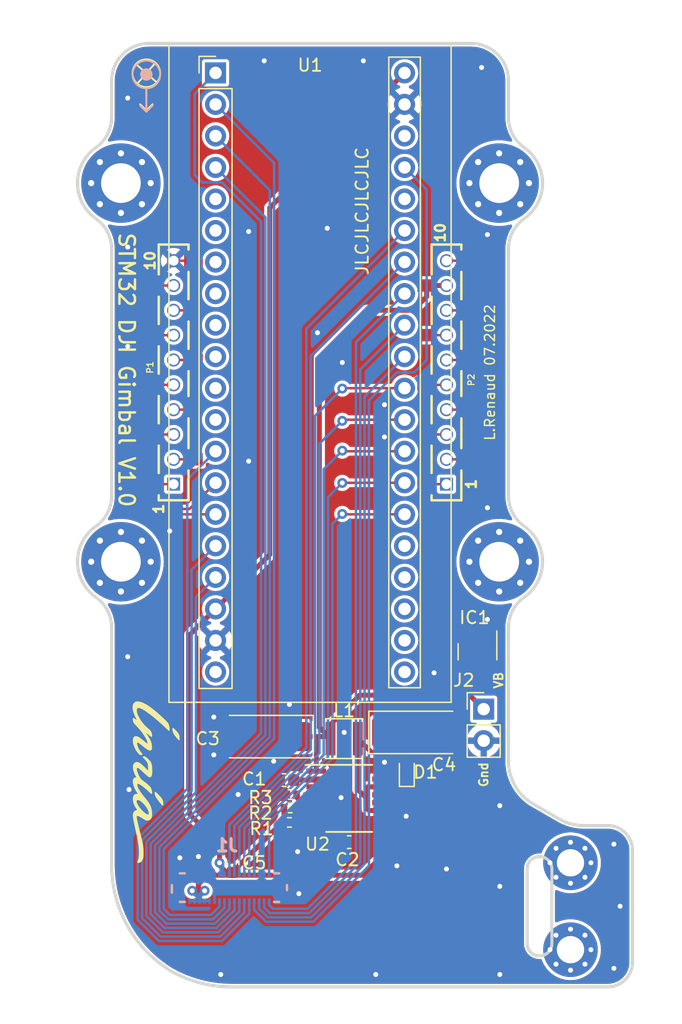
<source format=kicad_pcb>
(kicad_pcb (version 20211014) (generator pcbnew)

  (general
    (thickness 1.6)
  )

  (paper "A4")
  (layers
    (0 "F.Cu" signal)
    (31 "B.Cu" signal)
    (32 "B.Adhes" user "B.Adhesive")
    (33 "F.Adhes" user "F.Adhesive")
    (34 "B.Paste" user)
    (35 "F.Paste" user)
    (36 "B.SilkS" user "B.Silkscreen")
    (37 "F.SilkS" user "F.Silkscreen")
    (38 "B.Mask" user)
    (39 "F.Mask" user)
    (40 "Dwgs.User" user "User.Drawings")
    (41 "Cmts.User" user "User.Comments")
    (42 "Eco1.User" user "User.Eco1")
    (43 "Eco2.User" user "User.Eco2")
    (44 "Edge.Cuts" user)
    (45 "Margin" user)
    (46 "B.CrtYd" user "B.Courtyard")
    (47 "F.CrtYd" user "F.Courtyard")
    (48 "B.Fab" user)
    (49 "F.Fab" user)
    (50 "User.1" user)
    (51 "User.2" user)
    (52 "User.3" user)
    (53 "User.4" user)
    (54 "User.5" user)
    (55 "User.6" user)
    (56 "User.7" user)
    (57 "User.8" user)
    (58 "User.9" user)
  )

  (setup
    (stackup
      (layer "F.SilkS" (type "Top Silk Screen"))
      (layer "F.Paste" (type "Top Solder Paste"))
      (layer "F.Mask" (type "Top Solder Mask") (thickness 0.01))
      (layer "F.Cu" (type "copper") (thickness 0.035))
      (layer "dielectric 1" (type "core") (thickness 1.51) (material "FR4") (epsilon_r 4.5) (loss_tangent 0.02))
      (layer "B.Cu" (type "copper") (thickness 0.035))
      (layer "B.Mask" (type "Bottom Solder Mask") (thickness 0.01))
      (layer "B.Paste" (type "Bottom Solder Paste"))
      (layer "B.SilkS" (type "Bottom Silk Screen"))
      (copper_finish "None")
      (dielectric_constraints no)
    )
    (pad_to_mask_clearance 0)
    (aux_axis_origin 150 100)
    (pcbplotparams
      (layerselection 0x00010fc_ffffffff)
      (disableapertmacros false)
      (usegerberextensions false)
      (usegerberattributes true)
      (usegerberadvancedattributes true)
      (creategerberjobfile true)
      (svguseinch false)
      (svgprecision 6)
      (excludeedgelayer true)
      (plotframeref false)
      (viasonmask false)
      (mode 1)
      (useauxorigin false)
      (hpglpennumber 1)
      (hpglpenspeed 20)
      (hpglpendiameter 15.000000)
      (dxfpolygonmode true)
      (dxfimperialunits false)
      (dxfusepcbnewfont true)
      (psnegative false)
      (psa4output false)
      (plotreference true)
      (plotvalue true)
      (plotinvisibletext false)
      (sketchpadsonfab false)
      (subtractmaskfromsilk false)
      (outputformat 1)
      (mirror false)
      (drillshape 0)
      (scaleselection 1)
      (outputdirectory "Gerber/")
    )
  )

  (net 0 "")
  (net 1 "/M3_PWM3")
  (net 2 "/M3_Fault")
  (net 3 "/M3_PWM2")
  (net 4 "GND")
  (net 5 "/M3_PWM1")
  (net 6 "/M2_Fault")
  (net 7 "/M3_Hall2")
  (net 8 "/M2_PWM3")
  (net 9 "/M3_Hall1")
  (net 10 "/M2_PWM2")
  (net 11 "/M2_Hall2")
  (net 12 "/M2_PWM1")
  (net 13 "/M2_Hall1")
  (net 14 "/M1_Fault")
  (net 15 "/M1_Hall2")
  (net 16 "/M1_PWM3")
  (net 17 "/M1_Hall1")
  (net 18 "/M1_PWM2")
  (net 19 "+5V")
  (net 20 "/M1_PWM1")
  (net 21 "unconnected-(U1-Pad5)")
  (net 22 "unconnected-(U1-Pad6)")
  (net 23 "unconnected-(U1-Pad7)")
  (net 24 "unconnected-(U1-Pad8)")
  (net 25 "unconnected-(U1-Pad9)")
  (net 26 "unconnected-(U1-Pad10)")
  (net 27 "unconnected-(U1-Pad11)")
  (net 28 "unconnected-(U1-Pad12)")
  (net 29 "/SCL")
  (net 30 "/SDA")
  (net 31 "+3V3")
  (net 32 "unconnected-(U1-Pad21)")
  (net 33 "unconnected-(U1-Pad22)")
  (net 34 "unconnected-(U1-Pad23)")
  (net 35 "unconnected-(U1-Pad24)")
  (net 36 "unconnected-(U1-Pad25)")
  (net 37 "unconnected-(U1-Pad36)")
  (net 38 "unconnected-(U1-Pad38)")
  (net 39 "unconnected-(P1-Pad2)")
  (net 40 "unconnected-(P1-Pad3)")
  (net 41 "/ow")
  (net 42 "unconnected-(IC1-Pad2)")
  (net 43 "unconnected-(P1-Pad6)")
  (net 44 "unconnected-(P1-Pad7)")
  (net 45 "unconnected-(P1-Pad8)")
  (net 46 "unconnected-(P1-Pad9)")
  (net 47 "+BATT")
  (net 48 "unconnected-(P2-Pad1)")
  (net 49 "unconnected-(P2-Pad2)")
  (net 50 "unconnected-(P2-Pad3)")
  (net 51 "unconnected-(P2-Pad4)")
  (net 52 "unconnected-(P2-Pad5)")
  (net 53 "unconnected-(P2-Pad6)")
  (net 54 "unconnected-(P2-Pad7)")
  (net 55 "+3V0")
  (net 56 "Net-(C1-Pad1)")
  (net 57 "unconnected-(P2-Pad10)")
  (net 58 "Net-(C2-Pad1)")
  (net 59 "Net-(D1-Pad2)")
  (net 60 "Net-(R2-Pad2)")
  (net 61 "unconnected-(U2-Pad8)")

  (footprint "MountingHole:MountingHole_2.2mm_M2_Pad_Via" (layer "F.Cu") (at 171 139.5))

  (footprint "Capacitor_Tantalum_SMD:CP_EIA-6032-28_Kemet-C" (layer "F.Cu") (at 158.5 129))

  (footprint "Capacitor_SMD:C_0603_1608Metric" (layer "F.Cu") (at 153.1543 137.8375))

  (footprint "Resistor_SMD:R_0402_1005Metric" (layer "F.Cu") (at 148.4043 134 180))

  (footprint "Capacitor_SMD:C_0603_1608Metric" (layer "F.Cu") (at 143.75 139.5 90))

  (footprint "MountingHole:MountingHole_3.2mm_M3_Pad_Via" (layer "F.Cu") (at 134.75 84.75))

  (footprint "Resistor_SMD:R_0402_1005Metric" (layer "F.Cu") (at 148.336 136.25))

  (footprint "DGI_Gimbal:BF090-10-X-B2" (layer "F.Cu") (at 161 100 90))

  (footprint "DGI_Gimbal:BF090-10-X-B2" (layer "F.Cu") (at 139 100 90))

  (footprint "DGI_Gimbal:Inria" (layer "F.Cu") (at 137.6 133 -90))

  (footprint "Package_SO:QSOP-16_3.9x4.9mm_P0.635mm" (layer "F.Cu") (at 153.1543 134.3375))

  (footprint "Capacitor_Tantalum_SMD:CP_EIA-6032-28_Kemet-C" (layer "F.Cu") (at 146.5 129.3375 180))

  (footprint "Capacitor_SMD:C_0603_1608Metric" (layer "F.Cu") (at 147.9043 132.8375 180))

  (footprint "MountingHole:MountingHole_3.2mm_M3_Pad_Via" (layer "F.Cu") (at 165.25 84.75))

  (footprint "MountingHole:MountingHole_3.2mm_M3_Pad_Via" (layer "F.Cu") (at 165.25 115.25))

  (footprint "Resistor_SMD:R_0402_1005Metric" (layer "F.Cu") (at 148.4043 135.0875))

  (footprint "Package_TO_SOT_SMD:SOT-23" (layer "F.Cu") (at 163.5 122.5 -90))

  (footprint "Connector_PinHeader_2.54mm:PinHeader_1x02_P2.54mm_Vertical" (layer "F.Cu") (at 164 127.125))

  (footprint "DGI_Gimbal:YAAJ_WeAct_BlackPill_2" (layer "F.Cu") (at 150 100))

  (footprint "Diode_SMD:D_SOD-523" (layer "F.Cu") (at 157.8 132.2 90))

  (footprint "MountingHole:MountingHole_2.2mm_M2_Pad_Via" (layer "F.Cu") (at 171 146.5))

  (footprint "MountingHole:MountingHole_3.2mm_M3_Pad_Via" (layer "F.Cu") (at 134.75 115.25))

  (footprint "Inductor_SMD:L_Taiyo-Yuden_NR-30xx" (layer "F.Cu") (at 152.75 129.5))

  (footprint "DGI_Gimbal:BM20B0834DS04V53" (layer "B.Cu") (at 143.5 141.5 180))

  (gr_line (start 136.3 78.5) (end 136.8 79) (layer "B.SilkS") (width 0.15) (tstamp 2a8bb4c7-9174-4989-8c1c-6b3ac2640ea3))
  (gr_circle (center 136.8 76) (end 136.800001 76) (layer "B.SilkS") (width 0.5) (fill none) (tstamp 465f0227-59d6-4224-bb00-82027db5ba71))
  (gr_line (start 136.8 79) (end 136.8 77.118033) (layer "B.SilkS") (width 0.15) (tstamp 4c15b4a4-70fd-436f-8aea-9bbb253ae149))
  (gr_line (start 137.3 78.5) (end 136.8 79) (layer "B.SilkS") (width 0.15) (tstamp b9a15a18-6b3a-4d23-a8ca-d29ebd5b594a))
  (gr_circle (center 136.8 76) (end 137.8 76.5) (layer "B.SilkS") (width 0.15) (fill none) (tstamp d909c2f5-cd97-475b-a850-77d149ecf702))
  (gr_line (start 136.8 75.9) (end 137.5 75.1) (layer "F.SilkS") (width 0.15) (tstamp 03089ffd-fc65-4861-bc9b-bf8e950bd9fa))
  (gr_line (start 136.8 75.9) (end 137.6 76.6) (layer "F.SilkS") (width 0.15) (tstamp 3ef29ce0-3c59-4f33-b521-45048e260a27))
  (gr_line (start 136.8 75.9) (end 136.1 76.7) (layer "F.SilkS") (width 0.15) (tstamp 611f7b4e-42d4-4de8-98d6-c2f71764a990))
  (gr_line (start 136.8 75.9) (end 136 75.2) (layer "F.SilkS") (width 0.15) (tstamp 76cfe23c-8d39-4fab-823b-36db34651579))
  (gr_line (start 136.8 78.9) (end 136.3 78.4) (layer "F.SilkS") (width 0.15) (tstamp 76db9461-8ba2-4aa9-b21f-4646483393e9))
  (gr_line (start 136.8 77.018033) (end 136.8 78.9) (layer "F.SilkS") (width 0.15) (tstamp 85fb701d-dbf1-4325-aa50-361701ded904))
  (gr_circle (center 136.8 75.9) (end 135.8 76.4) (layer "F.SilkS") (width 0.15) (fill none) (tstamp 91b4309a-f2dc-45c5-8b3b-e8c2643e0719))
  (gr_line (start 136.8 78.9) (end 137.3 78.4) (layer "F.SilkS") (width 0.15) (tstamp d7005e8a-bd34-461b-9bff-1cf04ce44037))
  (gr_line (start 174 136.5) (end 172.071797 136.5) (layer "Edge.Cuts") (width 0.25) (tstamp 00824726-46cf-4724-8df2-66866c033c1a))
  (gr_line (start 143.679492 149.5) (end 174 149.5) (layer "Edge.Cuts") (width 0.25) (tstamp 073fd96f-bd35-4ab3-8558-cfde33b1259f))
  (gr_arc (start 134 79.44081) (mid 133.663857 80.820606) (end 132.730769 81.891205) (layer "Edge.Cuts") (width 0.25) (tstamp 0aa4c179-6804-45cc-9fec-e9c691b3ef6a))
  (gr_arc (start 134 76.5) (mid 134.87868 74.37868) (end 137 73.5) (layer "Edge.Cuts") (width 0.25) (tstamp 0b5033fa-b8b8-4696-b834-f45deb05ccfc))
  (gr_arc (start 167.5 140) (mid 168.5 139) (end 169.5 140) (layer "Edge.Cuts") (width 0.25) (tstamp 14b2a150-3c3d-4b24-aaa7-9530a2b5f651))
  (gr_arc (start 167.269231 81.891205) (mid 166.336136 80.82061) (end 166 79.44081) (layer "Edge.Cuts") (width 0.25) (tstamp 1e3f409f-9d68-44d3-aff4-07ea339822f5))
  (gr_arc (start 134 109.94081) (mid 133.663857 111.320606) (end 132.730769 112.391205) (layer "Edge.Cuts") (width 0.25) (tstamp 2e29614c-76ef-4164-85a7-acd28c37cdd1))
  (gr_arc (start 167.269231 81.891205) (mid 168.75 84.75) (end 167.269231 87.608795) (layer "Edge.Cuts") (width 0.25) (tstamp 33eb573c-808d-4761-a1d9-2d758d748230))
  (gr_line (start 169.5 146) (end 169.5 140) (layer "Edge.Cuts") (width 0.25) (tstamp 341fb2ee-c6cb-437e-923e-62421aeea002))
  (gr_line (start 170.071797 135.964102) (end 168 134.767949) (layer "Edge.Cuts") (width 0.25) (tstamp 348bc79d-a763-4d60-a15d-0b5d5ef346aa))
  (gr_line (start 176 147.5) (end 176 138.5) (layer "Edge.Cuts") (width 0.25) (tstamp 36e98038-75f3-4d9b-b74d-d3d7124a5298))
  (gr_line (start 166 131.303848) (end 166 120.55919) (layer "Edge.Cuts") (width 0.25) (tstamp 3790e2fa-29cb-40a4-9c79-763cce1043e8))
  (gr_arc (start 163 73.5) (mid 165.12132 74.37868) (end 166 76.5) (layer "Edge.Cuts") (width 0.25) (tstamp 43fe2068-cc0b-435e-9fd4-818614d72286))
  (gr_arc (start 132.730769 118.108795) (mid 133.663864 119.17939) (end 134 120.55919) (layer "Edge.Cuts") (width 0.25) (tstamp 44148c2f-96e8-4b1d-b3d9-3391562684a8))
  (gr_arc (start 166 90.05919) (mid 166.336143 88.679394) (end 167.269231 87.608795) (layer "Edge.Cuts") (width 0.25) (tstamp 480dd0cc-55f5-48ef-8da3-2c9447508818))
  (gr_arc (start 168 134.767949) (mid 166.535881 133.303852) (end 166 131.303848) (layer "Edge.Cuts") (width 0.25) (tstamp 501aa165-5ab4-4ebb-be4f-40a9515be6d6))
  (gr_arc (start 132.730769 118.108795) (mid 131.25 115.25) (end 132.730769 112.391205) (layer "Edge.Cuts") (width 0.25) (tstamp 5777907e-c196-4994-94af-c8bf957c26df))
  (gr_line (start 166 109.94081) (end 166 90.05919) (layer "Edge.Cuts") (width 0.25) (tstamp 57f8009a-2646-42ab-b382-5674ea26c4a2))
  (gr_arc (start 132.730769 87.608795) (mid 131.25 84.75) (end 132.730769 81.891205) (layer "Edge.Cuts") (width 0.25) (tstamp 6aeb094d-8f19-4712-b421-49a2ff93969f))
  (gr_line (start 134 76.5) (end 134 79.44081) (layer "Edge.Cuts") (width 0.25) (tstamp 6da44851-27fb-4a27-ac89-d5c5d148f193))
  (gr_arc (start 167.269231 112.391205) (mid 166.336136 111.32061) (end 166 109.94081) (layer "Edge.Cuts") (width 0.25) (tstamp 7100bacf-0ad5-463d-a9ad-ab471ca70b86))
  (gr_arc (start 166 120.55919) (mid 166.336143 119.179394) (end 167.269231 118.108795) (layer "Edge.Cuts") (width 0.25) (tstamp 7d687642-f69e-4c8c-9978-56dd37af8f9b))
  (gr_arc (start 169.5 146) (mid 168.5 147) (end 167.5 146) (layer "Edge.Cuts") (width 0.25) (tstamp 9546ea45-8432-47b8-911d-5194c6bd90a5))
  (gr_arc (start 132.730769 87.608795) (mid 133.663864 88.67939) (end 134 90.05919) (layer "Edge.Cuts") (width 0.25) (tstamp b137633c-4fa5-40eb-a11a-b3a4d2c76a70))
  (gr_arc (start 176 147.5) (mid 175.414214 148.914214) (end 174 149.5) (layer "Edge.Cuts") (width 0.25) (tstamp b91a7274-01c0-4174-93d7-33c25294f2a6))
  (gr_arc (start 174 136.5) (mid 175.414214 137.085786) (end 176 138.5) (layer "Edge.Cuts") (width 0.25) (tstamp bb27c4a8-d58e-4c64-9502-0f15c15c3b43))
  (gr_line (start 167.5 140) (end 167.5 146) (layer "Edge.Cuts") (width 0.25) (tstamp c6d73e69-f2c5-4e39-a783-7aac0db885ed))
  (gr_line (start 134 120.55919) (end 134 139.685045) (layer "Edge.Cuts") (width 0.25) (tstamp d2bb3c14-a70d-482c-84c0-91cf864b3430))
  (gr_line (start 134 90.05919) (end 134 109.94081) (layer "Edge.Cuts") (width 0.25) (tstamp d38048de-6bc1-48b1-a88e-c99cd97b0ca9))
  (gr_arc (start 172.071797 136.5) (mid 171.036521 136.363703) (end 170.071797 135.964102) (layer "Edge.Cuts") (width 0.25) (tstamp d760aabc-95af-4384-8d5b-5f2c315a734d))
  (gr_line (start 166 79.44081) (end 166 76.5) (layer "Edge.Cuts") (width 0.25) (tstamp d9b5d9ba-9d64-41df-a74b-ac3b6987e2ab))
  (gr_line (start 163 73.5) (end 137 73.5) (layer "Edge.Cuts") (width 0.25) (tstamp db03d595-dc8c-4a5e-bc67-8e600042e5fa))
  (gr_arc (start 138.840602 148.251294) (mid 135.293855 144.6047) (end 134 139.685045) (layer "Edge.Cuts") (width 0.25) (tstamp e3ac2b19-d9ff-4201-b994-6c175c1d32ca))
  (gr_arc (start 167.269231 112.391205) (mid 168.75 115.25) (end 167.269231 118.108795) (layer "Edge.Cuts") (width 0.25) (tstamp ee0ae4da-5f58-4828-aa71-5361aaf59f9c))
  (gr_arc (start 143.679492 149.5) (mid 141.180787 149.182791) (end 138.840602 148.251294) (layer "Edge.Cuts") (width 0.25) (tstamp fae18970-0eb5-4b3d-885b-108e72d45e32))
  (gr_text "JLCJLCJLCJLC" (at 154.2 87 90) (layer "F.SilkS") (tstamp 19873b69-6c27-4fc3-8eff-0d2645dcc132)
    (effects (font (size 1 1) (thickness 0.15)))
  )
  (gr_text "STM32 DJI Gimbal V1.0\n" (at 135.2 99.8 270) (layer "F.SilkS") (tstamp 1c102a47-54ae-434c-b42c-6868739953c4)
    (effects (font (size 1.25 1.25) (thickness 0.2)))
  )
  (gr_text "Gnd" (at 164 132.4 90) (layer "F.SilkS") (tstamp 239352ce-f85f-4418-91ea-236f468a2cb4)
    (effects (font (size 0.7 0.7) (thickness 0.15)))
  )
  (gr_text "VB" (at 165.2 124.8 90) (layer "F.SilkS") (tstamp ab6e86d5-a0aa-4a67-9416-462efe4ffe34)
    (effects (font (size 0.7 0.7) (thickness 0.15)))
  )
  (gr_text "L.Renaud 07.2022" (at 164.5 100 90) (layer "F.SilkS") (tstamp d1b5a478-66d4-44de-b416-a298a27aa5a0)
    (effects (font (size 0.8 0.8) (thickness 0.12)))
  )

  (segment (start 153.7 139.3) (end 153.7 97.57) (width 0.2) (layer "B.Cu") (net 1) (tstamp 343737ac-7041-4585-bf68-a4ca3190b804))
  (segment (start 153.7 97.57) (end 157.62 93.65) (width 0.2) (layer "B.Cu") (net 1) (tstamp 6a8ae0ae-57ec-474a-b98b-e29617014806))
  (segment (start 146.7 142.9) (end 147 143.2) (width 0.2) (layer "B.Cu") (net 1) (tstamp 6d4ed5a6-dc1c-409e-8685-2287cad3dbaf))
  (segment (start 149.8 143.2) (end 153.7 139.3) (width 0.2) (layer "B.Cu") (net 1) (tstamp 9bd0f411-9229-4b34-a548-a0d2617202d5))
  (segment (start 147 143.2) (end 149.8 143.2) (width 0.2) (layer "B.Cu") (net 1) (tstamp e9716265-9080-4195-8f05-1b63a33b83b3))
  (segment (start 146.7 142.59) (end 146.7 142.9) (width 0.2) (layer "B.Cu") (net 1) (tstamp fca9cda3-9504-4ee0-aaff-41f486e049d7))
  (segment (start 157.62 111.43) (end 152.63 111.43) (width 0.2) (layer "F.Cu") (net 2) (tstamp 06538c82-7ea5-4da6-a30b-f47c5b701109))
  (segment (start 152.63 111.43) (end 152.6 111.4) (width 0.2) (layer "F.Cu") (net 2) (tstamp d2762f77-b3fb-4ef3-9a2e-5d5ef1675f5a))
  (via (at 152.6 111.4) (size 0.8) (drill 0.4) (layers "F.Cu" "B.Cu") (net 2) (tstamp a0c8ca57-9232-45a1-802e-67c03e8d3df7))
  (segment (start 146.7 140.41) (end 146.7 136.2) (width 0.2) (layer "B.Cu") (net 2) (tstamp 48179ea5-f9e9-4c72-a7e1-ad809371c105))
  (segment (start 146.7 136.2) (end 151.8 131.1) (width 0.2) (layer "B.Cu") (net 2) (tstamp 90496c8f-3f08-4e38-8731-ade90847258a))
  (segment (start 151.8 131.1) (end 151.8 112.2) (width 0.2) (layer "B.Cu") (net 2) (tstamp e3bb7f81-59d7-4600-ad97-bf8552ddda7e))
  (segment (start 151.8 112.2) (end 152.6 111.4) (width 0.2) (layer "B.Cu") (net 2) (tstamp f1164718-c7ec-4b9b-bc74-64ba183e4065))
  (segment (start 146.749511 143.549511) (end 146.3 143.1) (width 0.2) (layer "B.Cu") (net 3) (tstamp 0fc7547d-d278-4513-a963-ebb37e9b73e8))
  (segment (start 153.849519 139.644777) (end 150.094296 143.4) (width 0.2) (layer "B.Cu") (net 3) (tstamp 30e12bc1-0c7d-44fa-8314-39dd79af88ca))
  (segment (start 157.62 96.19) (end 154.049511 99.760489) (width 0.2) (layer "B.Cu") (net 3) (tstamp 58be3eb8-6fc1-43ae-b8a0-2cacfe31412f))
  (segment (start 149.944772 143.549511) (end 146.749511 143.549511) (width 0.2) (layer "B.Cu") (net 3) (tstamp 5b16f041-7792-41c3-b7f3-30282b35a90a))
  (segment (start 154.049511 139.444773) (end 153.849519 139.644765) (width 0.2) (layer "B.Cu") (net 3) (tstamp 5ef53b27-7caf-4f09-9fec-b4ddd272e55c))
  (segment (start 146.3 143.1) (end 146.3 142.59) (width 0.2) (layer "B.Cu") (net 3) (tstamp 8134f76f-fe0c-47ae-a3d1-ff5c114183d9))
  (segment (start 150.094284 143.4) (end 149.944772 143.549511) (width 0.2) (layer "B.Cu") (net 3) (tstamp 8e5402ff-2c34-41da-a762-f223c51fd02f))
  (segment (start 150.094296 143.4) (end 150.094284 143.4) (width 0.2) (layer "B.Cu") (net 3) (tstamp b70eae13-cabd-4355-ba86-9f8c53949bec))
  (segment (start 153.849519 139.644765) (end 153.849519 139.644777) (width 0.2) (layer "B.Cu") (net 3) (tstamp ea3d032a-505d-494d-9452-8b030e367c31))
  (segment (start 154.049511 99.760489) (end 154.049511 139.444773) (width 0.2) (layer "B.Cu") (net 3) (tstamp f11d7083-3f92-4c12-ac6d-82ec4657374e))
  (segment (start 155.8086 134.655) (end 157.0086 134.655) (width 0.4) (layer "F.Cu") (net 4) (tstamp 0c74cb2b-976a-4f76-a4e5-2e5e53f6d2ed))
  (segment (start 150.5 134.02) (end 152.27 134.02) (width 0.4) (layer "F.Cu") (net 4) (tstamp 56024489-e761-47ea-83df-e97aaf97efd5))
  (segment (start 157.575 135.925) (end 157.75 135.75) (width 0.4) (layer "F.Cu") (net 4) (tstamp 63eb51eb-c813-4639-8952-7b46d8159515))
  (segment (start 157.75 135.3964) (end 157.75 135.75) (width 0.4) (layer "F.Cu") (net 4) (tstamp 6a916e25-7682-42d4-b49e-d6ff891c1474))
  (segment (start 152.27 134.02) (end 152.5 134.25) (width 0.4) (layer "F.Cu") (net 4) (tstamp 8b1a64c4-925c-4797-9f0c-da1e1d52413f))
  (segment (start 138.94 91) (end 140.54 91) (width 0.2) (layer "F.Cu") (net 4) (tstamp 8bd7c959-0f76-4414-b2e1-1e2d49d8b269))
  (segment (start 157.0086 134.655) (end 157.75 135.3964) (width 0.4) (layer "F.Cu") (net 4) (tstamp afe8c132-3fc8-4563-a639-b996aa201312))
  (segment (start 155.8086 132.115) (end 155.8086 131.5914) (width 0.4) (layer "F.Cu") (net 4) (tstamp c8552dbf-b61f-45ae-b263-74e13fe83d7e))
  (segment (start 155.8086 135.925) (end 157.575 135.925) (width 0.4) (layer "F.Cu") (net 4) (tstamp e8f39ce3-8272-4a4e-b6d0-9c2c12888ccf))
  (segment (start 155.8086 131.5914) (end 156 131.4) (width 0.4) (layer "F.Cu") (net 4) (tstamp ef2205ec-2742-4591-9202-c13892bc5d50))
  (via (at 149.098 141.986) (size 0.8) (drill 0.4) (layers "F.Cu" "B.Cu") (free) (net 4) (tstamp 0c0bd04a-5130-45e2-a43f-d6f5afc3ec5f))
  (via (at 142.24 127.762) (size 0.8) (drill 0.4) (layers "F.Cu" "B.Cu") (free) (net 4) (tstamp 1135c5d5-7ced-42c0-99af-b6b3a6c904e6))
  (via (at 146.3 74.9) (size 0.8) (drill 0.4) (layers "F.Cu" "B.Cu") (free) (net 4) (tstamp 1191e882-1b58-40f9-85e1-0be789bf4f9b))
  (via (at 139.5 139.1) (size 0.8) (drill 0.4) (layers "F.Cu" "B.Cu") (free) (net 4) (tstamp 14120b75-d850-468c-8194-4559cd54a031))
  (via (at 157 139.75) (size 0.8) (drill 0.4) (layers "F.Cu" "B.Cu") (free) (net 4) (tstamp 1a549be8-c6de-4b98-94d1-6b56d2296997))
  (via (at 135.3 77.9) (size 0.8) (drill 0.4) (layers "F.Cu" "B.Cu") (free) (net 4) (tstamp 1a621e8d-a430-4485-8b13-46273aeb35be))
  (via (at 151.384 88.392) (size 0.8) (drill 0.4) (layers "F.Cu" "B.Cu") (free) (net 4) (tstamp 1d50c0aa-dccf-43f8-b810-e32536f67739))
  (via (at 161 140) (size 0.8) (drill 0.4) (layers "F.Cu" "B.Cu") (free) (net 4) (tstamp 24d0c3a6-124f-4425-ac7b-f3c0cb36c272))
  (via (at 145.05 107.15) (size 0.8) (drill 0.4) (layers "F.Cu" "B.Cu") (free) (net 4) (tstamp 28e15989-5385-427e-a9a7-25fddc57d8c9))
  (via (at 142.24 130.81) (size 0.8) (drill 0.4) (layers "F.Cu" "B.Cu") (free) (net 4) (tstamp 39a053ae-d9e7-45ec-b38a-30991e38b967))
  (via (at 152.6 99.2) (size 0.8) (drill 0.4) (layers "F.Cu" "B.Cu") (free) (net 4) (tstamp 3c2bde56-232d-40b5-9fc2-85b9eac8e4dd))
  (via (at 156 105.2) (size 0.8) (drill 0.4) (layers "F.Cu" "B.Cu") (free) (net 4) (tstamp 3f01c13d-a2e1-4f8c-b582-b02fd59b405d))
  (via (at 152.5 134.25) (size 0.8) (drill 0.4) (layers "F.Cu" "B.Cu") (free) (net 4) (tstamp 4101bb67-fb27-4a12-9995-a64ec86cf847))
  (via (at 142.8 148.5) (size 0.8) (drill 0.4) (layers "F.Cu" "B.Cu") (free) (net 4) (tstamp 4d21ea87-48e9-4363-8b6d-c4d644bf3d11))
  (via (at 156 102.6) (size 0.8) (drill 0.4) (layers "F.Cu" "B.Cu") (free) (net 4) (tstamp 4f86f28e-ef67-49d8-aad3-8bda1ae9f1e6))
  (via (at 147.066 131.318) (size 0.8) (drill 0.4) (layers "F.Cu" "B.Cu") (free) (net 4) (tstamp 51fd411f-db63-4ef1-b304-b19b61caddf7))
  (via (at 144.2 134) (size 0.8) (drill 0.4) (layers "F.Cu" "B.Cu") (free) (net 4) (tstamp 54da2f57-eedc-472c-938b-2fcb901a4b50))
  (via (at 157.75 135.75) (size 0.8) (drill 0.4) (layers "F.Cu" "B.Cu") (free) (net 4) (tstamp 55678221-4b34-45ca-adc6-2da6986df247))
  (via (at 174.5 148) (size 0.8) (drill 0.4) (layers "F.Cu" "B.Cu") (free) (net 4) (tstamp 5a335208-2c93-4e4f-ae3d-c15428aaf6eb))
  (via (at 135.3 97.9) (size 0.8) (drill 0.4) (layers "F.Cu" "B.Cu") (free) (net 4) (tstamp 5f1b7a67-342f-47e1-b241-4db041594e00))
  (via (at 135.3 89.9) (size 0.8) (drill 0.4) (layers "F.Cu" "B.Cu") (free) (net 4) (tstamp 638597a2-759c-4a8f-8fae-1ccfab501693))
  (via (at 155.3 148.5) (size 0.8) (drill 0.4) (layers "F.Cu" "B.Cu") (free) (net 4) (tstamp 63f01817-74e6-44ed-a07a-2209c667c863))
  (via (at 149 138.6) (size 0.8) (drill 0.4) (layers "F.Cu" "B.Cu") (free) (net 4) (tstamp 6ea39889-fdf9-4687-848f-87be19b4312a))
  (via (at 165.3 141.4) (size 0.8) (drill 0.4) (layers "F.Cu" "B.Cu") (free) (net 4) (tstamp 6f9d4be2-c3c2-4e0c-bd6c-481254301664))
  (via (at 175 143) (size 0.8) (drill 0.4) (layers "F.Cu" "B.Cu") (free) (net 4) (tstamp 71aea535-e544-4bbf-9303-ac0095de444b))
  (via (at 135.3 122.9) (size 0.8) (drill 0.4) (layers "F.Cu" "B.Cu") (free) (net 4) (tstamp 73c30f9b-9d80-4a14-8639-f9eba2dca702))
  (via (at 145.05 88.65) (size 0.8) (drill 0.4) (layers "F.Cu" "B.Cu") (free) (net 4) (tstamp 756c9db8-342b-4620-93c3-0d2ce81e3931))
  (via (at 164.3 119.9) (size 0.8) (drill 0.4) (layers "F.Cu" "B.Cu") (free) (net 4) (tstamp 79c09817-c1ac-4281-94f6-c1eaa8bf7ae5))
  (via (at 156 131.4) (size 0.8) (drill 0.4) (layers "F.Cu" "B.Cu") (net 4) (tstamp 7a5aec42-143f-4ec8-a2f1-4ccd32abb385))
  (via (at 135.4 133.6) (size 0.8) (drill 0.4) (layers "F.Cu" "B.Cu") (free) (net 4) (tstamp 9503ffac-b12d-42a7-be96-cc03227bb761))
  (via (at 150.6 96.8) (size 0.8) (drill 0.4) (layers "F.Cu" "B.Cu") (free) (net 4) (tstamp a05c8f15-3ca0-4604-83dc-260c1166d3d3))
  (via (at 164.3 110.9) (size 0.8) (drill 0.4) (layers "F.Cu" "B.Cu") (free) (net 4) (tstamp ace98139-9e5c-46c1-ba03-cc1692ce9984))
  (via (at 163.83 75.438) (size 0.8) (drill 0.4) (layers "F.Cu" "B.Cu") (free) (net 4) (tstamp b0dbb33b-be84-4db4-843f-9896aaa6d439))
  (via (at 164.3 88.9) (size 0.8) (drill 0.4) (layers "F.Cu" "B.Cu") (free) (net 4) (tstamp c2f6de18-6450-45a1-b71c-b13023a205fe))
  (via (at 174.5 138) (size 0.8) (drill 0.4) (layers "F.Cu" "B.Cu") (free) (net 4) (tstamp cc6e7b98-5f1b-4ede-914d-147822f8fe12))
  (via (at 165.3 148.5) (size 0.8) (drill 0.4) (layers "F.Cu" "B.Cu") (free) (net 4) (tstamp cdae78c2-3796-454e-9991-4d6264ea222c))
  (via (at 160 124.2) (size 0.8) (drill 0.4) (layers "F.Cu" "B.Cu") (free) (net 4) (tstamp cedeec15-a96b-49fe-af12-34c86751ecbf))
  (via (at 152.75 129) (size 0.8) (drill 0.4) (layers "F.Cu" "B.Cu") (free) (net 4) (tstamp d2b4bdde-3bf3-46df-91dc-d761591c3914))
  (via (at 148.336 126.746) (size 0.8) (drill 0.4) (layers "F.Cu" "B.Cu") (free) (net 4) (tstamp d431cd8d-6a71-4ff9-8d1b-ca748b20b0f8))
  (via (at 165.3 134.9) (size 0.8) (drill 0.4) (layers "F.Cu" "B.Cu") (free) (net 4) (tstamp d58a1a7a-c846-47ae-bbc9-796938287d80))
  (via (at 138.684 112.776) (size 0.8) (drill 0.4) (layers "F.Cu" "B.Cu") (free) (net 4) (tstamp d9a2c9e0-af65-4fec-8dbd-5e7565a66f13))
  (via (at 154.3 74.9) (size 0.8) (drill 0.4) (layers "F.Cu" "B.Cu") (free) (net 4) (tstamp ec87612d-b3cc-4af6-8031-065c14b5a6d5))
  (via (at 141 139) (size 0.8) (drill 0.4) (layers "F.Cu" "B.Cu") (free) (net 4) (tstamp fb1e4059-1049-4549-abc8-7bc851a87b5a))
  (segment (start 142.3 140.41) (end 140.3 140.41) (width 0.2) (layer "B.Cu") (net 4) (tstamp 1004d08c-c732-4ad4-907a-fb9b3fb6ac43))
  (segment (start 147.185 141.3) (end 147.91 140.575) (width 0.2) (layer "B.Cu") (net 4) (tstamp 1064b3b8-9b9a-42df-baa7-318157ad4984))
  (segment (start 142.3 142.59) (end 142.3 140.41) (width 0.2) (layer "B.Cu") (net 4) (tstamp 39529687-0a7d-4895-934b-85b70061147d))
  (segment (start 146.09 140.41) (end 145.9 140.41) (width 0.2) (layer "B.Cu") (net 4) (tstamp 5003db7d-1423-48c5-a9bc-7acca878f914))
  (segment (start 146.09 140.41) (end 146.09 141.09) (width 0.2) (layer "B.Cu") (net 4) (tstamp 50b5bd75-3077-4695-946d-0640a2b9b2d1))
  (segment (start 139.09 140.575) (end 139.255 140.41) (width 0.2) (layer "B.Cu") (net 4) (tstamp 7fda1270-95da-4e26-82d0-112e16bb460a))
  (segment (start 146.3 141.3) (end 147.185 141.3) (width 0.2) (layer "B.Cu") (net 4) (tstamp da96dceb-89e7-41d0-919f-76fd30ee77f0))
  (segment (start 146.3 140.41) (end 146.09 140.41) (width 0.2) (layer "B.Cu") (net 4) (tstamp dcbbb7da-7c41-42b0-aee3-f32380cd0901))
  (segment (start 139.255 140.41) (end 140.3 140.41) (width 0.2) (layer "B.Cu") (net 4) (tstamp f6c3b837-57f5-4f14-bc29-e8e903fabdef))
  (segment (start 146.09 141.09) (end 146.3 141.3) (width 0.2) (layer "B.Cu") (net 4) (tstamp ff171931-86df-4676-a3b3-6a847ce1a0d4))
  (segment (start 154.399022 101.950978) (end 157.62 98.73) (width 0.2) (layer "B.Cu") (net 5) (tstamp 0744afda-1361-416c-bb51-9599b02803ac))
  (segment (start 146.604739 143.899022) (end 150.089544 143.899022) (width 0.2) (layer "B.Cu") (net 5) (tstamp 0881572c-4c06-4c9f-95c9-e23856dd5c7d))
  (segment (start 150.25048 143.74952) (end 154.2 139.8) (width 0.2) (layer "B.Cu") (net 5) (tstamp 214415bf-5f39-4c82-a60a-ce16bda86ca1))
  (segment (start 145.9 143.194284) (end 146.604739 143.899022) (width 0.2) (layer "B.Cu") (net 5) (tstamp 2e667a38-2104-4cdc-9fb5-d95540b86dfb))
  (segment (start 154.399022 139.589545) (end 154.399022 101.950978) (width 0.2) (layer "B.Cu") (net 5) (tstamp 452cf69b-362b-402f-86ca-447c2a810cbe))
  (segment (start 145.9 142.59) (end 145.9 143.194284) (width 0.2) (layer "B.Cu") (net 5) (tstamp 958d17ec-6b56-4dec-a63b-65ef45b55fef))
  (segment (start 154.2 139.788567) (end 154.399022 139.589545) (width 0.2) (layer "B.Cu") (net 5) (tstamp baf08ca4-7abe-491c-85cc-6ccbc4866621))
  (segment (start 150.239045 143.74952) (end 150.25048 143.74952) (width 0.2) (layer "B.Cu") (net 5) (tstamp cd1474d0-1317-4fc6-9d54-7af5a85a72ff))
  (segment (start 154.2 139.8) (end 154.2 139.788567) (width 0.2) (layer "B.Cu") (net 5) (tstamp ee4fdec0-a139-4c19-96b0-5f04cc0a26fb))
  (segment (start 150.089544 143.899022) (end 150.239045 143.74952) (width 0.2) (layer "B.Cu") (net 5) (tstamp fa935482-b160-4182-8873-36334fa35ef0))
  (segment (start 154.549519 139.950481) (end 154.549519 139.933332) (width 0.2) (layer "B.Cu") (net 6) (tstamp 04751f94-3381-40a3-b134-354c73d34f54))
  (segment (start 154.748533 139.734317) (end 154.748533 102.251467) (width 0.2) (layer "B.Cu") (net 6) (tstamp 11665e6e-057a-445e-8a5e-7430c9c79660))
  (segment (start 159.4 99) (end 159.4 85.27) (width 0.2) (layer "B.Cu") (net 6) (tstamp 12a238d5-ee36-4085-b9eb-79e3ed792ab7))
  (segment (start 158.4 100) (end 159.4 99) (width 0.2) (layer "B.Cu") (net 6) (tstamp 35e74541-14cd-4051-bb4c-d0a7bdf35845))
  (segment (start 145.5 142.59) (end 145.5 143.3) (width 0.2) (layer "B.Cu") (net 6) (tstamp 36325efb-0a77-4065-957d-afb96f01006f))
  (segment (start 159.4 85.27) (end 157.62 83.49) (width 0.2) (layer "B.Cu") (net 6) (tstamp 43b1e255-8716-480b-97ca-7a773a41eed8))
  (segment (start 150.251467 144.248533) (end 154.549519 139.950481) (width 0.2) (layer "B.Cu") (net 6) (tstamp 4c8f8d2c-705c-4e6c-b2d0-043f01664b1b))
  (segment (start 154.549519 139.933332) (end 154.748533 139.734317) (width 0.2) (layer "B.Cu") (net 6) (tstamp 4d3b6eef-d9fe-42f3-aee9-83ca683a404b))
  (segment (start 157 100) (end 158.4 100) (width 0.2) (layer "B.Cu") (net 6) (tstamp 739cd88a-2fb3-4d4a-8359-ad71975e92b7))
  (segment (start 154.748533 102.251467) (end 157 100) (width 0.2) (layer "B.Cu") (net 6) (tstamp bcecd244-f8aa-407c-aeaa-64b896544a74))
  (segment (start 145.5 143.3) (end 146.448533 144.248533) (width 0.2) (layer "B.Cu") (net 6) (tstamp bd1566dd-e256-4479-9339-c0ca38ad5538))
  (segment (start 146.448533 144.248533) (end 150.251467 144.248533) (width 0.2) (layer "B.Cu") (net 6) (tstamp d8eb9cf3-a417-47b2-bc4f-ff3f03ec6392))
  (segment (start 157.62 108.89) (end 152.61 108.89) (width 0.2) (layer "F.Cu") (net 7) (tstamp 14c53090-7f5c-4e51-b730-49cfcf314713))
  (segment (start 152.61 108.89) (end 152.6 108.9) (width 0.2) (layer "F.Cu") (net 7) (tstamp 9b661b14-5482-40d8-bf83-d7f8aa4f78e3))
  (via (at 152.6 108.9) (size 0.8) (drill 0.4) (layers "F.Cu" "B.Cu") (net 7) (tstamp 5e515ad5-c454-4d28-9fdd-b95a2c1c17aa))
  (segment (start 145.5 140.41) (end 145.5 136.905716) (width 0.2) (layer "B.Cu") (net 7) (tstamp 7ae52999-3fab-41c0-97e8-dc9490907519))
  (segment (start 145.5 136.905716) (end 151.450489 130.955227) (width 0.2) (layer "B.Cu") (net 7) (tstamp bd50907f-c24f-44f9-8165-18223048ed80))
  (segment (start 151.450489 110.049511) (end 152.6 108.9) (width 0.2) (layer "B.Cu") (net 7) (tstamp d3c65815-c286-403e-95c0-6c83db2672cd))
  (segment (start 151.450489 130.955227) (end 151.450489 110.049511) (width 0.2) (layer "B.Cu") (net 7) (tstamp fa5a1490-94e9-403c-8c58-c890e82c4938))
  (segment (start 136.102934 144.091525) (end 136.102934 137.531365) (width 0.2) (layer "B.Cu") (net 8) (tstamp 15d1794f-8724-4fac-84fb-ac1b89bdcfee))
  (segment (start 145.1 143.6) (end 142.899998 145.8) (width 0.2) (layer "B.Cu") (net 8) (tstamp 346c1439-2462-4a70-a014-a4e4e14b5ebb))
  (segment (start 145.1 142.59) (end 145.1 143.6) (width 0.2) (layer "B.Cu") (net 8) (tstamp 711965c3-baf7-4971-977c-c61c2418ec16))
  (segment (start 142.899998 145.8) (end 137.811409 145.8) (width 0.2) (layer "B.Cu") (net 8) (tstamp 718e381f-e08b-4163-996f-b1c0a0e085a7))
  (segment (start 140.1 108.63) (end 142.38 106.35) (width 0.2) (layer "B.Cu") (net 8) (tstamp 7354793e-0fdf-408d-9c02-e85cd6c382eb))
  (segment (start 137.811409 145.8) (end 136.102934 144.091525) (width 0.2) (layer "B.Cu") (net 8) (tstamp 8e8d7b71-985f-417a-a771-53c9fd25d31d))
  (segment (start 140.1 133.534299) (end 140.1 108.63) (width 0.2) (layer "B.Cu") (net 8) (tstamp 97c9a9d8-256f-4eef-b0d6-5162878f58ec))
  (segment (start 136.102934 137.531365) (end 140.1 133.534299) (width 0.2) (layer "B.Cu") (net 8) (tstamp f8b2c793-244d-449d-a37f-28ad059e43b4))
  (segment (start 157.62 106.35) (end 152.65 106.35) (width 0.2) (layer "F.Cu") (net 9) (tstamp 16043337-dcc2-4a45-baf7-d9d27cf65604))
  (segment (start 152.65 106.35) (end 152.6 106.3) (width 0.2) (layer "F.Cu") (net 9) (tstamp e4b42dbc-9195-4caa-9b39-f593178e83e8))
  (via (at 152.6 106.3) (size 0.8) (drill 0.4) (layers "F.Cu" "B.Cu") (net 9) (tstamp ac9cd087-32de-4fcf-a24d-f9ea69bf38fb))
  (segment (start 145.1 140.41) (end 145.1 136.811432) (width 0.2) (layer "B.Cu") (net 9) (tstamp 3c320b69-5efb-4749-a64f-7b469c442930))
  (segment (start 151.100978 130.810454) (end 151.100979 107.799021) (width 0.2) (layer "B.Cu") (net 9) (tstamp 5a69025e-8527-4327-b206-d9ee82c689b8))
  (segment (start 151.100979 107.799021) (end 152.6 106.3) (width 0.2) (layer "B.Cu") (net 9) (tstamp ce876495-451b-49cf-a06a-fbdf54b20268))
  (segment (start 145.1 136.811432) (end 151.100978 130.810454) (width 0.2) (layer "B.Cu") (net 9) (tstamp dd7f1006-ed5b-4d8f-9470-857b5e061df9))
  (segment (start 136.452447 143.946743) (end 136.452447 137.676135) (width 0.2) (layer "B.Cu") (net 10) (tstamp 04e64ca6-417e-407f-bdd5-7b76028c150e))
  (segment (start 140.45048 115.89952) (end 142.38 113.97) (width 0.2) (layer "B.Cu") (net 10) (tstamp 2d7d56a7-47ae-4bb3-a1bf-cc0e5fd0fa8b))
  (segment (start 136.452447 137.676135) (end 140.45048 133.678102) (width 0.2) (layer "B.Cu") (net 10) (tstamp 355be12c-c1fb-42ad-bc83-f63da36b2bf1))
  (segment (start 142.755226 145.450489) (end 137.956193 145.450489) (width 0.2) (layer "B.Cu") (net 10) (tstamp 3fd8a82e-9219-4725-9ef9-827c62578c64))
  (segment (start 144.7 142.59) (end 144.7 143.505716) (width 0.2) (layer "B.Cu") (net 10) (tstamp 5bd7b9d8-4599-4bbb-bdee-5f4f710ccc6b))
  (segment (start 144.7 143.505716) (end 142.755226 145.450489) (width 0.2) (layer "B.Cu") (net 10) (tstamp ab746f38-b65a-4a37-ba04-ce83059b31bf))
  (segment (start 140.45048 133.678102) (end 140.45048 115.89952) (width 0.2) (layer "B.Cu") (net 10) (tstamp ae2c9252-c2d0-4e09-8086-f7c47deeb71e))
  (segment (start 137.956193 145.450489) (end 136.452447 143.946743) (width 0.2) (layer "B.Cu") (net 10) (tstamp c77e457d-2c81-4c17-bdd6-ea6c3723f1a2))
  (segment (start 157.62 103.81) (end 152.69 103.81) (width 0.2) (layer "F.Cu") (net 11) (tstamp 0d89d8e8-a085-4114-b181-121519648fbb))
  (segment (start 152.69 103.81) (end 152.6 103.9) (width 0.2) (layer "F.Cu") (net 11) (tstamp f4b2439a-aac8-451d-be34-c2d59ab6da42))
  (via (at 152.6 103.9) (size 0.8) (drill 0.4) (layers "F.Cu" "B.Cu") (net 11) (tstamp 0f83763d-663a-4a00-a5e6-8530d58a32c4))
  (segment (start 144.7 136.717148) (end 150.751467 130.665681) (width 0.2) (layer "B.Cu") (net 11) (tstamp 5db529d2-65b0-4541-901e-7792d8f4887f))
  (segment (start 150.751469 105.748531) (end 152.6 103.9) (width 0.2) (layer "B.Cu") (net 11) (tstamp 713d78e5-dc28-4eff-b0be-732fcb376761))
  (segment (start 150.751467 130.665681) (end 150.751469 105.748531) (width 0.2) (layer "B.Cu") (net 11) (tstamp dab4b1a9-0fe1-4e65-b86e-52f527c10522))
  (segment (start 144.7 140.41) (end 144.7 136.717148) (width 0.2) (layer "B.Cu") (net 11) (tstamp e240fe82-0637-496a-b6b8-9cf00c85bf60))
  (segment (start 142.610454 145.100978) (end 138.123845 145.100978) (width 0.2) (layer "B.Cu") (net 12) (tstamp 1586c2aa-37f6-4122-9353-aa95d0ff209c))
  (segment (start 136.801956 137.820909) (end 140.8 133.822865) (width 0.2) (layer "B.Cu") (net 12) (tstamp 5d1fca44-6a09-4951-bd0a-33200857e047))
  (segment (start 138.123845 145.100978) (end 136.801956 143.779089) (width 0.2) (layer "B.Cu") (net 12) (tstamp 89a1399f-5b6f-4020-84c5-139a7d76dfbc))
  (segment (start 140.8 133.822865) (end 140.8 118.09) (width 0.2) (layer "B.Cu") (net 12) (tstamp 8f1b5d36-459c-45a2-b8ee-3ce5e1efaf22))
  (segment (start 136.801956 143.779089) (end 136.801956 137.820909) (width 0.2) (layer "B.Cu") (net 12) (tstamp a3227cab-33e1-4ce0-b318-2964051493a9))
  (segment (start 144.3 143.411432) (end 142.610454 145.100978) (width 0.2) (layer "B.Cu") (net 12) (tstamp a4bef062-625c-41b9-838a-ca129dfca96f))
  (segment (start 144.3 142.59) (end 144.3 143.411432) (width 0.2) (layer "B.Cu") (net 12) (tstamp e0d74725-e08a-4541-ad3d-e9a14bfe7c88))
  (segment (start 140.8 118.09) (end 142.38 116.51) (width 0.2) (layer "B.Cu") (net 12) (tstamp faab3550-0880-4f85-ab26-9ae3d5eb774d))
  (segment (start 157.62 101.27) (end 152.63 101.27) (width 0.2) (layer "F.Cu") (net 13) (tstamp 3f7a049e-998b-4042-bbb8-4ddbe549cd6f))
  (segment (start 152.63 101.27) (end 152.6 101.3) (width 0.2) (layer "F.Cu") (net 13) (tstamp 4df59889-68f3-46a1-a6f9-f7bb27145bbe))
  (via (at 152.6 101.3) (size 0.8) (drill 0.4) (layers "F.Cu" "B.Cu") (net 13) (tstamp dfd08b72-e79e-419c-a3b4-22401cd7a136))
  (segment (start 150.401959 103.498041) (end 152.6 101.3) (width 0.2) (layer "B.Cu") (net 13) (tstamp 5a5a64ab-801d-4962-8169-3e6cb3a65ec2))
  (segment (start 144.3 140.41) (end 144.3 136.622864) (width 0.2) (layer "B.Cu") (net 13) (tstamp 8424bdfc-b58a-4fbd-8eed-3cc46221c030))
  (segment (start 150.401959 130.520905) (end 150.401959 103.498041) (width 0.2) (layer "B.Cu") (net 13) (tstamp b179eab0-0695-47fa-9e4b-ea49df48926c))
  (segment (start 144.3 136.622864) (end 150.401959 130.520905) (width 0.2) (layer "B.Cu") (net 13) (tstamp e12fc61f-82d0-4321-9b4c-584e4739fb71))
  (segment (start 146.051467 87.851467) (end 142.9 84.7) (width 0.2) (layer "B.Cu") (net 14) (tstamp 089248bb-32b0-4101-88d3-77919896f45f))
  (segment (start 137.151467 137.965682) (end 146.051467 129.065681) (width 0.2) (layer "B.Cu") (net 14) (tstamp 3b349b44-7e26-4a10-9962-ac3ac6b2411f))
  (segment (start 140.7 84.1) (end 140.7 77.55) (width 0.2) (layer "B.Cu") (net 14) (tstamp 4819fc2c-b769-4c55-9ae9-4a9a046c1bb0))
  (segment (start 137.151467 143.634317) (end 137.151467 137.965682) (width 0.2) (layer "B.Cu") (net 14) (tstamp 629b7ec8-ffeb-4986-bd94-5751d906d9e9))
  (segment (start 142.465679 144.751467) (end 138.268618 144.751467) (width 0.2) (layer "B.Cu") (net 14) (tstamp 84344a10-db96-4df4-9b36-189d8ef19301))
  (segment (start 143.9 143.317148) (end 142.465679 144.751467) (width 0.2) (layer "B.Cu") (net 14) (tstamp 8e4b7934-8c08-495b-a909-1a5e691cc9ff))
  (segment (start 141.3 84.7) (end 140.7 84.1) (width 0.2) (layer "B.Cu") (net 14) (tstamp a554cac8-1d5d-4229-8b2a-480d859abdef))
  (segment (start 142.9 84.7) (end 141.3 84.7) (width 0.2) (layer "B.Cu") (net 14) (tstamp ab7926f9-0909-4380-bf34-52a434781659))
  (segment (start 138.268618 144.751467) (end 137.151467 143.634317) (width 0.2) (layer "B.Cu") (net 14) (tstamp b2b5ce68-e1cc-4583-adbb-bff4c5fa6a0e))
  (segment (start 146.051467 129.065681) (end 146.051467 87.851467) (width 0.2) (layer "B.Cu") (net 14) (tstamp c31a2a6b-d5cb-4022-9cb7-6424af1b47a1))
  (segment (start 140.7 77.55) (end 142.38 75.87) (width 0.2) (layer "B.Cu") (net 14) (tstamp d635d6a3-5db5-4669-a335-24efbd911d3c))
  (segment (start 143.9 142.59) (end 143.9 143.317148) (width 0.2) (layer "B.Cu") (net 14) (tstamp d7283b02-c092-4fc2-ac8f-c104b32d43ea))
  (segment (start 150.052449 130.376132) (end 150.052449 98.677551) (width 0.2) (layer "B.Cu") (net 15) (tstamp 1ab9724a-e1e4-48a0-8e0f-419e14dc4254))
  (segment (start 143.9 140.41) (end 143.9 136.528581) (width 0.2) (layer "B.Cu") (net 15) (tstamp c912edfe-9446-4b61-8928-6924c63023f5))
  (segment (start 143.9 136.528581) (end 150.052449 130.376132) (width 0.2) (layer "B.Cu") (net 15) (tstamp cfd472d3-960b-4d0b-acc4-d88a99d9e108))
  (segment (start 150.052449 98.677551) (end 157.62 91.11) (width 0.2) (layer "B.Cu") (net 15) (tstamp e2d8206b-111e-40dc-8028-05ea79e64c80))
  (segment (start 142.320907 144.401956) (end 138.41339 144.401956) (width 0.2) (layer "B.Cu") (net 16) (tstamp 22c2c81a-1647-444b-8ce9-ba23bfa4ab43))
  (segment (start 137.500978 143.489545) (end 137.500978 138.110455) (width 0.2) (layer "B.Cu") (net 16) (tstamp 2b49fdb9-00c1-4b39-bd20-342d31561d85))
  (segment (start 143.5 142.59) (end 143.5 143.222864) (width 0.2) (layer "B.Cu") (net 16) (tstamp 35cdf251-d952-49ed-83b5-d10f52eb521a))
  (segment (start 146.400978 129.210454) (end 146.400978 87.510978) (width 0.2) (layer "B.Cu") (net 16) (tstamp 4316e5a4-fcfc-4c01-8462-a39a06dd6c1c))
  (segment (start 146.400978 87.510978) (end 142.38 83.49) (width 0.2) (layer "B.Cu") (net 16) (tstamp 67e403af-221f-4ed1-9daa-ebd0879eb8f6))
  (segment (start 138.41339 144.401956) (end 137.500978 143.489545) (width 0.2) (layer "B.Cu") (net 16) (tstamp 6e4022da-ab77-44e3-bcf0-e4a57881e5db))
  (segment (start 137.500978 138.110455) (end 146.400978 129.210454) (width 0.2) (layer "B.Cu") (net 16) (tstamp af58e692-0afc-49e5-9dd2-94f7f571533b))
  (segment (start 143.5 143.222864) (end 142.320907 144.401956) (width 0.2) (layer "B.Cu") (net 16) (tstamp fd598cd8-9313-4da9-861f-b33d3898bff0))
  (segment (start 149.702939 96.487061) (end 157.62 88.57) (width 0.2) (layer "B.Cu") (net 17) (tstamp 67b44582-69fa-4888-befe-f76f31233ac2))
  (segment (start 149.702939 130.231359) (end 149.702939 96.487061) (width 0.2) (layer "B.Cu") (net 17) (tstamp 92589a8d-2dcb-41fb-875a-f08940b89a06))
  (segment (start 143.5 136.434298) (end 149.702939 130.231359) (width 0.2) (layer "B.Cu") (net 17) (tstamp 99664e65-a599-4069-b39a-48ff84e9b008))
  (segment (start 143.5 140.41) (end 143.5 136.434298) (width 0.2) (layer "B.Cu") (net 17) (tstamp f4636376-776c-4e15-bff1-1b6d6822533e))
  (segment (start 146.750489 129.355227) (end 137.850489 138.255228) (width 0.2) (layer "B.Cu") (net 18) (tstamp 1043d3a1-4e00-4505-be78-ee5f2dca6ed5))
  (segment (start 137.850489 138.255228) (end 137.850489 143.344773) (width 0.2) (layer "B.Cu") (net 18) (tstamp 3c88676f-bd10-4bcc-8b33-2e9629892044))
  (segment (start 142.38 80.95) (end 146.750489 85.320489) (width 0.2) (layer "B.Cu") (net 18) (tstamp 41d16d0d-0c26-47a9-b069-459cfb3bf636))
  (segment (start 137.850489 143.344773) (end 138.558162 144.052445) (width 0.2) (layer "B.Cu") (net 18) (tstamp 42307f69-0b2b-4264-a2fa-e31cbd4287f6))
  (segment (start 138.558162 144.052445) (end 142.176135 144.052445) (width 0.2) (layer "B.Cu") (net 18) (tstamp 49492abf-d0a2-40bf-9e4a-0fbc95ce2847))
  (segment (start 143.1 143.12858) (end 143.1 142.59) (width 0.2) (layer "B.Cu") (net 18) (tstamp 7875b77c-3bcb-433b-af96-93e2a0cbab1f))
  (segment (start 142.176135 144.052445) (end 143.1 143.12858) (width 0.2) (layer "B.Cu") (net 18) (tstamp b7c1bbeb-930d-4104-9605-2613e85c0689))
  (segment (start 146.750489 85.320489) (end 146.750489 129.355227) (width 0.2) (layer "B.Cu") (net 18) (tstamp d32a2772-e88e-4179-abfb-41c9b9dd4bca))
  (segment (start 155.8086 134.02) (end 156.977622 134.02) (width 0.4) (layer "F.Cu") (net 19) (tstamp 0861ae26-503d-44cc-bcdd-1e9a0871ca6f))
  (segment (start 141 141.232) (end 141 141.75) (width 0.4) (layer "F.Cu") (net 19) (tstamp 0d537665-7f81-4d1c-8abb-7184c63eaba9))
  (segment (start 157.6 129) (end 159 130.4) (width 0.4) (layer "F.Cu") (net 19) (tstamp 11f6bc46-fbab-4a49-b605-03d13666aced))
  (segment (start 147.8943 135.0875) (end 147.8943 136.0957) (width 0.4) (layer "F.Cu") (net 19) (tstamp 15749d5e-6e89-4e05-ba79-c08b3b558aa0))
  (segment (start 143.49 140.5) (end 154.25 140.5) (width 0.4) (layer "F.Cu") (net 19) (tstamp 17d8bc05-426e-4a67-a582-0dfac9b589d5))
  (segment (start 142.7 139.71) (end 142.7 139.5) (width 0.4) (layer "F.Cu") (net 19) (tstamp 20061392-ec6b-471a-ace4-9cdb1b6803a6))
  (segment (start 156.0375 129) (end 157.6 129) (width 0.4) (layer "F.Cu") (net 19) (tstamp 219dc3ef-cc07-4fa8-ac80-1c4b42f07123))
  (segment (start 141.732 140.5) (end 141 141.232) (width 0.4) (layer "F.Cu") (net 19) (tstamp 2398d260-7068-4854-96dc-0ab098085f2c))
  (segment (start 140.5 141.75) (end 141 141.75) (width 0.4) (layer "F.Cu") (net 19) (tstamp 2520ab61-e00d-46ae-ab17-b84400a9493d))
  (segment (start 146.75 86.74) (end 157.62 75.87) (width 0.4) (layer "F.Cu") (net 19) (tstamp 30847646-c3c4-4bdb-9ef9-6ceb74ec5903))
  (segment (start 157 132.75) (end 157.008111 132.741889) (width 0.4) (layer "F.Cu") (net 19) (tstamp 3a87c47b-a25d-4db1-969a-7a60e0dc6a04))
  (segment (start 143.49 140.5) (end 142.7 139.71) (width 0.4) (layer "F.Cu") (net 19) (tstamp 55f02b01-e2f6-44ec-a97c-4b314da6f089))
  (segment (start 140.3 135.6) (end 142.7 138) (width 0.4) (layer "F.Cu") (net 19) (tstamp 589331fe-a008-46eb-8ce1-a07d9a514579))
  (segment (start 143.49 140.5) (end 147.74 136.25) (width 0.4) (layer "F.Cu") (net 19) (tstamp 5a88c008-62bf-42ea-b841-0c26bcd0778c))
  (segment (start 157.008111 133.508111) (end 157.008111 132.741889) (width 0.4) (layer "F.Cu") (net 19) (tstamp 6994b20f-24ca-4ed5-b4cb-69d0b189ad09))
  (segment (start 142.7 138) (end 142.7 139.5) (width 0.4) (layer "F.Cu") (net 19) (tstamp 6b65b3d3-0203-4c7f-9f23-fc74e2e47439))
  (segment (start 147.8943 136.0957) (end 147.74 136.25) (width 0.4) (layer "F.Cu") (net 19) (tstamp 722754f8-dfae-45f1-b932-848abc4953b0))
  (segment (start 157.008111 133.391889) (end 157.7 132.7) (width 0.4) (layer "F.Cu") (net 19) (tstamp 7ecc9b46-d4d6-4858-802d-7312b0e1e21a))
  (segment (start 142.38 119.05) (end 146.75 114.68) (width 0.4) (layer "F.Cu") (net 19) (tstamp 7fafb270-6155-4405-9c7e-c70a5ff9d7a5))
  (segment (start 140.3 121.13) (end 140.3 135.6) (width 0.4) (layer "F.Cu") (net 19) (tstamp 7fc7a7b6-386b-4111-82b9-630b53029fa6))
  (segment (start 142.38 119.05) (end 140.3 121.13) (width 0.4) (layer "F.Cu") (net 19) (tstamp 8ee6185d-5c32-4afa-9526-99ae919ac383))
  (segment (start 159 135.75) (end 159 133.7875) (width 0.4) (layer "F.Cu") (net 19) (tstamp 92d0e53f-6462-4ea9-82b3-533851a7c0a8))
  (segment (start 159 130.4) (end 159 133.7875) (width 0.4) (layer "F.Cu") (net 19) (tstamp acb0cf50-6ce5-4209-b6db-c503d45a1d6d))
  (segment (start 155.8086 132.75) (end 157 132.75) (width 0.4) (layer "F.Cu") (net 19) (tstamp b7b6f9c1-ec49-454f-b2ca-b1b97eadc0c6))
  (segment (start 143.49 140.5) (end 141.732 140.5) (width 0.4) (layer "F.Cu") (net 19) (tstamp c55255e2-f66c-4ebd-b605-3bc183ea541d))
  (segment (start 157.9125 132.7) (end 159 133.7875) (width 0.4) (layer "F.Cu") (net 19) (tstamp cacd1f31-4ae2-42b4-bc19-9c2b1b9c56f4))
  (segment (start 157.008111 133.989511) (end 157.008111 133.508111) (width 0.4) (layer "F.Cu") (net 19) (tstamp d20a69be-69ea-4639-a05d-4f875ae0f986))
  (segment (start 154.25 140.5) (end 159 135.75) (width 0.4) (layer "F.Cu") (net 19) (tstamp e8be75e8-4001-4c41-86e9-0a341fa03082))
  (segment (start 157.008111 133.508111) (end 157.008111 133.391889) (width 0.4) (layer "F.Cu") (net 19) (tstamp ed75898f-7ae9-48f9-8059-0e06466384ae))
  (segment (start 156.977622 134.02) (end 157.008111 133.989511) (width 0.4) (layer "F.Cu") (net 19) (tstamp f032ef84-78dd-41f2-9741-09b2509f74e8))
  (segment (start 146.75 114.68) (end 146.75 86.74) (width 0.4) (layer "F.Cu") (net 19) (tstamp f4ad9703-87e5-488a-bc6c-30332ef248e9))
  (segment (start 141 141.75) (end 141.5 141.75) (width 0.4) (layer "F.Cu") (net 19) (tstamp f6171bc7-f3de-4575-b886-30f010e9cbc5))
  (segment (start 157.7 132.7) (end 157.9125 132.7) (width 0.4) (layer "F.Cu") (net 19) (tstamp f91045cb-2dbc-4e77-aaa4-b17ef9f3de9d))
  (via (at 142.7 139.5) (size 0.8) (drill 0.4) (layers "F.Cu" "B.Cu") (net 19) (tstamp 18985926-a111-4e54-af75-adbaa2d6018e))
  (via (at 140.5 141.75) (size 0.8) (drill 0.4) (layers "F.Cu" "B.Cu") (net 19) (tstamp 337559b7-5b09-4428-bdea-db67093be1a9))
  (via (at 141.5 141.75) (size 0.8) (drill 0.4) (layers "F.Cu" "B.Cu") (net 19) (tstamp 7a2f46b0-eb65-42fb-806b-55631b6bc0ca))
  (segment (start 142.89 140.41) (end 142.89 139.69) (width 0.4) (layer "B.Cu") (net 19) (tstamp 0e10b594-946f-490a-babc-07271b565d6a))
  (segment (start 143.1 140.41) (end 142.89 140.41) (width 0.2) (layer "B.Cu") (net 19) (tstamp 119dbdc4-75c5-4ac6-9d82-7b02f0b46fc9))
  (segment (start 140.3 142.59) (end 141.9 142.59) (width 0.2) (layer "B.Cu") (net 19) (tstamp 19bf5415-4bdd-4f6c-b4b8-895028d1d380))
  (segment (start 142.89 140.41) (end 142.7 140.41) (width 0.2) (layer "B.Cu") (net 19) (tstamp 3b2e4f72-af4e-47fc-a0c4-8a2897c356eb))
  (segment (start 141.1 142.59) (end 141.1 142.15) (width 0.4) (layer "B.Cu") (net 19) (tstamp 558db2e9-e943-4593-872c-fb37f8803553))
  (segment (start 141.1 142.35) (end 140.5 141.75) (width 0.4) (layer "B.Cu") (net 19) (tstamp 6c7cca71-28dc-42cc-88e7-6b2124b06070))
  (segment (start 141.1 142.59) (end 141.1 142.35) (width 0.4) (layer "B.Cu") (net 19) (tstamp afb243a1-126d-4a1f-a7c5-14840e63b6f9))
  (segment (start 142.89 139.69) (end 142.7 139.5) (width 0.4) (layer "B.Cu") (net 19) (tstamp dc6285a5-3d5e-4e3f-9761-3185b99dc0f6))
  (segment (start 141.1 142.15) (end 141.5 141.75) (width 0.4) (layer "B.Cu") (net 19) (tstamp fceda7d7-1b0a-4781-acf7-e1178540c3e8))
  (segment (start 138.2 138.4) (end 147.1 129.5) (width 0.2) (layer "B.Cu") (net 20) (tstamp 065cae28-bdef-48d5-946c-fe18e62d7cce))
  (segment (start 142.7 142.59) (end 142.7 143.014022) (width 0.2) (layer "B.Cu") (net 20) (tstamp 12767e4e-f6d3-4c16-98f9-50081b1302fd))
  (segment (start 142.011088 143.702934) (end 138.702934 143.702934) (width 0.2) (layer "B.Cu") (net 20) (tstamp 5b0024e2-9522-49ba-8b65-b65bc3558f71))
  (segment (start 142.7 143.014022) (end 142.011088 143.702934) (width 0.2) (layer "B.Cu") (net 20) (tstamp 83cc2ef6-4ba2-4529-98b0-d725f5635067))
  (segment (start 138.2 143.2) (end 138.2 138.4) (width 0.2) (layer "B.Cu") (net 20) (tstamp c493e54b-7560-454c-8d7f-e0e81ce6fa18))
  (segment (start 147.1 129.5) (end 147.1 83.13) (width 0.2) (layer "B.Cu") (net 20) (tstamp c5910c25-80c3-4c4b-977a-6168baca9323))
  (segment (start 138.702934 143.702934) (end 138.2 143.2) (width 0.2) (layer "B.Cu") (net 20) (tstamp d0bab084-a56f-4bc4-b108-cb9d52ad2206))
  (segment (start 147.1 83.13) (end 142.38 78.41) (width 0.2) (layer "B.Cu") (net 20) (tstamp f6777531-2df1-4776-b33d-941f3abed89d))
  (segment (start 135.7 102.64) (end 137.34 101) (width 0.2) (layer "F.Cu") (net 29) (tstamp 1d323c14-cd19-4a69-bdcd-013138673b30))
  (segment (start 137.34 101) (end 138.94 101) (width 0.2) (layer "F.Cu") (net 29) (tstamp 997ed6a8-e6c8-4565-ae0d-86873bd70972))
  (segment (start 135.7 109.6) (end 135.7 102.64) (width 0.2) (layer "F.Cu") (net 29) (tstamp b2f1daaa-b808-403b-b9f0-9dfd2f7c2c87))
  (segment (start 140.27 111) (end 137.1 111) (width 0.2) (layer "F.Cu") (net 29) (tstamp d56bb570-48bf-4d38-a266-b94196558804))
  (segment (start 137.1 111) (end 135.7 109.6) (width 0.2) (layer "F.Cu") (net 29) (tstamp df2885f2-95e0-489a-9b3e-8d301fee7cf9))
  (segment (start 142.38 108.89) (end 140.27 111) (width 0.2) (layer "F.Cu") (net 29) (tstamp f536b24d-ab42-464a-b37d-22a9c5fbeeb5))
  (segment (start 136.3 100) (end 139.7 100) (width 0.2) (layer "F.Cu") (net 30) (tstamp 01551c3e-1045-4f86-9b5e-b118fa841cce))
  (segment (start 142.38 111.43) (end 136.73 111.43) (width 0.2) (layer "F.Cu") (net 30) (tstamp 22c70d00-09ab-48a1-ac5b-c957df290379))
  (segment (start 140.54 103) (end 138.94 103) (width 0.2) (layer "F.Cu") (net 30) (tstamp 2ff23aeb-6e0d-4c63-8287-0e6bc0689fec))
  (segment (start 136.73 111.43) (end 135.2 109.9) (width 0.2) (layer "F.Cu") (net 30) (tstamp 4a8c3cff-2349-4ac4-a8dc-b7e036987125))
  (segment (start 140.54 100.84) (end 140.54 103) (width 0.2) (layer "F.Cu") (net 30) (tstamp 5dbfd1b1-3f79-4314-be70-f684a12c3717))
  (segment (start 135.2 101.1) (end 136.3 100) (width 0.2) (layer "F.Cu") (net 30) (tstamp c550fe77-35dc-41ca-bbf5-5a0362089c20))
  (segment (start 139.7 100) (end 140.54 100.84) (width 0.2) (layer "F.Cu") (net 30) (tstamp c8e2aaac-f5a2-43b5-8692-864f29253394))
  (segment (start 135.2 109.9) (end 135.2 101.1) (width 0.2) (layer "F.Cu") (net 30) (tstamp fb4d75be-1ad2-42cc-8030-fac177c437eb))
  (segment (start 140.54 107) (end 138.94 107) (width 0.2) (layer "F.Cu") (net 39) (tstamp ae5d4a6f-4f13-4f82-b041-7da657c12955))
  (segment (start 137.34 105) (end 138.94 105) (width 0.2) (layer "F.Cu") (net 40) (tstamp 69f26705-48f3-49b4-bd2a-b94acbe11954))
  (segment (start 159.766 113.234) (end 159.766 116.8785) (width 0.2) (layer "F.Cu") (net 41) (tstamp 007b6227-234c-4842-9863-d5f09fd8f949))
  (segment (start 164.3 108.7) (end 159.766 113.234) (width 0.2) (layer "F.Cu") (net 41) (tstamp 2ba40469-97ae-44c1-8fa4-e1e50b045c79))
  (segment (start 164.3 95.9) (end 164.3 108.7) (width 0.2) (layer "F.Cu") (net 41) (tstamp 47e67fa7-7f11-4c30-95b4-fe6c5b6f951e))
  (segment (start 162.6 95) (end 163.4 95) (width 0.2) (layer "F.Cu") (net 41) (tstamp 64502154-e490-45d1-aaca-6f66185e2048))
  (segment (start 162.6 95) (end 161 95) (width 0.2) (layer "F.Cu") (net 41) (tstamp a4d6cda2-3be2-41d7-99f7-d5c1d251a520))
  (segment (start 163.4 95) (end 164.3 95.9) (width 0.2) (layer "F.Cu") (net 41) (tstamp b611847b-e870-414e-b364-675f0b3b75d6))
  (segment (start 159.766 116.8785) (end 164.45 121.5625) (width 0.2) (layer "F.Cu") (net 41) (tstamp c60f5a16-0e04-46a0-b73a-a8f5a5a9cadc))
  (segment (start 140.54 99) (end 138.94 99) (width 0.2) (layer "F.Cu") (net 43) (tstamp 3f839e00-f35f-4e21-84ed-af8e49ce512b))
  (segment (start 137.34 97) (end 138.94 97) (width 0.2) (layer "F.Cu") (net 44) (tstamp c3ea6790-8298-481b-9774-475bf76b4c7e))
  (segment (start 140.54 95) (end 138.94 95) (width 0.2) (layer "F.Cu") (net 45) (tstamp 97ae4420-eca2-4d96-9a07-c224c3e0600d))
  (segment (start 137.34 93) (end 138.94 93) (width 0.2) (layer "F.Cu") (net 46) (tstamp e9846b23-4b52-4fe8-8d07-5de6cfc03880))
  (segment (start 150.5 129.5) (end 150.6625 129.3375) (width 0.4) (layer "F.Cu") (net 47) (tstamp 114b95bd-d907-4286-acd6-e9e857be7ee4))
  (segment (start 148.9625 129.3375) (end 150.6625 129.3375) (width 0.4) (layer "F.Cu") (net 47) (tstamp 2d6850bf-403d-4f01-9493-136014e7df61))
  (segment (start 150.6625 129.3375) (end 151.4875 129.3375) (width 0.4) (layer "F.Cu") (net 47) (tstamp 33b68897-b1a7-4663-8342-9e06f8fe394e))
  (segment (start 154.583145 94.990489) (end 158.309511 94.990489) (width 0.4) (layer "F.Cu") (net 47) (tstamp 367973bc-2d11-4a9e-a038-cc477f08e2fe))
  (segment (start 150.75 98.823634) (end 154.583145 94.990489) (width 0.4) (layer "F.Cu") (net 47) (tstamp 4710f241-4664-4297-8331-1210bfa7c8b7))
  (segment (start 159.4 93.9) (end 159.4 93) (width 0.4) (layer "F.Cu") (net 47) (tstamp 69ccec36-9303-4e3d-a907-735a58e19057))
  (segment (start 164 127.125) (end 162.875 126) (width 0.4) (layer "F.Cu") (net 47) (tstamp 763c6a3a-0ae4-4ccc-88b9-52ae64874e5b))
  (segment (start 151.65 129.5) (end 150.75 128.6) (width 0.4) (layer "F.Cu") (net 47) (tstamp a8e3698a-a667-439c-abea-cd929c89e43c))
  (segment (start 154 126) (end 151.8 128.2) (width 0.4) (layer "F.Cu") (net 47) (tstamp aa3f84cb-30a6-4af1-a0a4-f255308936a1))
  (segment (start 162.875 126) (end 154 126) (width 0.4) (layer "F.Cu") (net 47) (tstamp c010f617-e2b5-4d10-b545-99dc0dd598ac))
  (segment (start 158.309511 94.990489) (end 159.4 93.9) (width 0.4) (layer "F.Cu") (net 47) (tstamp c04bf3a0-9ce2-495a-85de-dc38335ae22a))
  (segment (start 161 93) (end 159.4 93) (width 0.4) (layer "F.Cu") (net 47) (tstamp df31a0b0-da6a-4377-a5f7-2b84e4b7bf77))
  (segment (start 150.5 132.115) (end 150.5 129.5) (width 0.4) (layer "F.Cu") (net 47) (tstamp e678999a-e1fe-4f83-aa3f-958bf9ce7d93))
  (segment (start 150.75 128.6) (end 150.75 98.823634) (width 0.4) (layer "F.Cu") (net 47) (tstamp f279427b-9eea-41bf-a4bd-855139d48a0c))
  (segment (start 161 109) (end 159.4 109) (width 0.2) (layer "F.Cu") (net 48) (tstamp 0f1f8146-8f3d-40b4-a500-83a9e9f39fe7))
  (segment (start 161 107) (end 162.6 107) (width 0.2) (layer "F.Cu") (net 49) (tstamp b557cbc5-3e13-4a5a-aa6e-825f9c265b72))
  (segment (start 161 105) (end 159.4 105) (width 0.2) (layer "F.Cu") (net 50) (tstamp 1e141d80-effa-43a6-9cf4-c2a65b4b7f3f))
  (segment (start 162.6 103) (end 161 103) (width 0.2) (layer "F.Cu") (net 51) (tstamp 64ddd502-5317-48ed-ba75-d6361df4bedc))
  (segment (start 159.4 101) (end 161 101) (width 0.2) (layer "F.Cu") (net 52) (tstamp 15cb6cd0-2522-4535-ace9-2dd24fcaff0c))
  (segment (start 161 99) (end 162.6 99) (width 0.2) (layer "F.Cu") (net 53) (tstamp e49f6d80-bf47-4a52-9c10-a722b2c0baf4))
  (segment (start 159.4 97) (end 161 97) (width 0.2) (layer "F.Cu") (net 54) (tstamp ea31965d-31c7-4ac5-9d71-1194b50315e9))
  (segment (start 138.94 109) (end 137.34 109) (width 0.2) (layer "F.Cu") (net 55) (tstamp 4cf46cfa-0f76-48c2-947b-00146f1969fa))
  (segment (start 150.5 133.385) (end 150.5 132.75) (width 0.4) (layer "F.Cu") (net 56) (tstamp 54991dd8-948d-4c7d-883e-12b8affd76d9))
  (segment (start 150.4125 132.8375) (end 150.5 132.75) (width 0.4) (layer "F.Cu") (net 56) (tstamp 6f522e5a-d553-44a4-876a-e3a6c54d72d4))
  (segment (start 148.6793 132.8375) (end 150.4125 132.8375) (width 0.4) (layer "F.Cu") (net 56) (tstamp cc233b6f-2567-4ad3-a490-dc6fed2b9c8b))
  (segment (start 161 91) (end 162.6 91) (width 0.2) (layer "F.Cu") (net 57) (tstamp c7652ddf-192e-4896-ae26-31bcd781ce0c))
  (segment (start 148.76 136.25) (end 149.085 135.925) (width 0.4) (layer "F.Cu") (net 58) (tstamp 0d94decc-5f46-4d70-850d-51bd31a63624))
  (segment (start 152.3793 136.735278) (end 150.934022 135.29) (width 0.4) (layer "F.Cu") (net 58) (tstamp 35f60d2b-675d-430b-b0bb-e6a78eb3f4a3))
  (segment (start 150.5 135.925) (end 150.5 135.29) (width 0.4) (layer "F.Cu") (net 58) (tstamp 7752d205-68b5-4417-a35c-58321e409b5e))
  (segment (start 149.085 135.925) (end 150.5 135.925) (width 0.4) (layer "F.Cu") (net 58) (tstamp 993a773a-a5f8-458f-b6a3-0b6b3bfc92f9))
  (segment (start 152.3793 137.8375) (end 152.3793 136.735278) (width 0.4) (layer "F.Cu") (net 58) (tstamp cb049660-e5a9-43f3-8f48-906f5f0d47a7))
  (segment (start 154.609089 134.359089) (end 153.85 133.6) (width 0.4) (layer "F.Cu") (net 59) (tstamp 0b879789-147f-4ab3-aa18-49ee49159020))
  (segment (start 153.85 133.6) (end 153.85 129.5) (width 0.4) (layer "F.Cu") (net 59) (tstamp 15521e17-29c0-4086-b712-71eadc3bb21b))
  (segment (start 153.85 129.5) (end 154.95 130.6) (width 0.4) (layer "F.Cu") (net 59) (tstamp 1a23e731-c3ea-4a7d-a29d-f402b77e8694))
  (segment (start 154.609089 135.159511) (end 154.739578 135.29) (width 0.4) (layer "F.Cu") (net 59) (tstamp 2a191ddb-a252-4615-83df-7c49e3494fa6))
  (segment (start 154.739578 135.29) (end 155.8086 135.29) (width 0.4) (layer "F.Cu") (net 59) (tstamp c62c7be2-a4f3-46ea-8dd1-38faef072495))
  (segment (start 154.95 130.6) (end 156.9 130.6) (width 0.4) (layer "F.Cu") (net 59) (tstamp d19c1632-ded2-4ac8-8131-7b41647b4a84))
  (segment (start 154.639578 133.385) (end 154.609089 133.415489) (width 0.4) (layer "F.Cu") (net 59) (tstamp e0b4d8d8-d671-4a8b-9e47-1fbd7b2654fc))
  (segment (start 156.9 130.6) (end 157.8 131.5) (width 0.4) (layer "F.Cu") (net 59) (tstamp e55f21c1-c197-493a-984e-6d5e5a3c2c9b))
  (segment (start 154.609089 133.415489) (end 154.609089 134.359089) (width 0.4) (layer "F.Cu") (net 59) (tstamp e84e953b-8286-49ff-87ad-e981ab615c6a))
  (segment (start 154.609089 134.359089) (end 154.609089 135.159511) (width 0.4) (layer "F.Cu") (net 59) (tstamp fa3a4bf7-507e-432b-992c-02eb070a05a2))
  (segment (start 155.8086 133.385) (end 154.639578 133.385) (width 0.4) (layer "F.Cu") (net 59) (tstamp fb9cd473-1536-42cd-99f3-c385c10793dd))
  (segment (start 148.9143 134) (end 148.9143 134.2225) (width 0.4) (layer "F.Cu") (net 60) (tstamp 1131a586-66dc-471b-86e6-3fb43ca198a1))
  (segment (start 148.9143 135.0875) (end 149.3468 134.655) (width 0.4) (layer "F.Cu") (net 60) (tstamp 583451a7-de68-4ff0-8ba6-f2e3cfa72540))
  (segment (start 148.9143 134.2225) (end 149.3468 134.655) (width 0.4) (layer "F.Cu") (net 60) (tstamp 64a26d7c-65bc-431b-8c8f-fcc6594568fd))
  (segment (start 149.3468 134.655) (end 150.5 134.655) (width 0.4) (layer "F.Cu") (net 60) (tstamp f4303a06-4949-439e-a2bc-e4803e51681b))

  (zone (net 4) (net_name "GND") (layers F&B.Cu) (tstamp 27fa4445-4cae-443b-a87e-b0d420415c33) (hatch edge 0.508)
    (connect_pads thru_hole_only (clearance 0.25))
    (min_thickness 0.25) (filled_areas_thickness no)
    (fill yes (thermal_gap 0.508) (thermal_bridge_width 0.508))
    (polygon
      (pts
        (xy 180 152.5)
        (xy 125 152.5)
        (xy 125 70)
        (xy 180 70)
      )
    )
    (filled_polygon
      (layer "F.Cu")
      (pts
        (xy 162.987306 73.752883)
        (xy 163 73.755408)
        (xy 163.011978 73.753026)
        (xy 163.024191 73.753026)
        (xy 163.024191 73.753219)
        (xy 163.03495 73.752463)
        (xy 163.129045 73.757747)
        (xy 163.300894 73.767398)
        (xy 163.314712 73.768955)
        (xy 163.604953 73.818269)
        (xy 163.61851 73.821363)
        (xy 163.901413 73.902866)
        (xy 163.914538 73.907459)
        (xy 164.186528 74.020121)
        (xy 164.199056 74.026154)
        (xy 164.298461 74.081093)
        (xy 164.456732 74.168566)
        (xy 164.468495 74.175957)
        (xy 164.645059 74.301236)
        (xy 164.708605 74.346324)
        (xy 164.719477 74.354995)
        (xy 164.938997 74.551171)
        (xy 164.948829 74.561003)
        (xy 165.145005 74.780523)
        (xy 165.153676 74.791395)
        (xy 165.168586 74.812408)
        (xy 165.302698 75.001421)
        (xy 165.324039 75.031499)
        (xy 165.331437 75.043273)
        (xy 165.473846 75.300944)
        (xy 165.479879 75.313472)
        (xy 165.592541 75.585462)
        (xy 165.597134 75.598587)
        (xy 165.676382 75.873661)
        (xy 165.678637 75.88149)
        (xy 165.681731 75.895047)
        (xy 165.731045 76.185288)
        (xy 165.732602 76.199106)
        (xy 165.747537 76.465048)
        (xy 165.746781 76.475809)
        (xy 165.746974 76.475809)
        (xy 165.746974 76.488022)
        (xy 165.744592 76.5)
        (xy 165.746975 76.511979)
        (xy 165.747117 76.512694)
        (xy 165.7495 76.536885)
        (xy 165.7495 79.403926)
        (xy 165.747117 79.428117)
        (xy 165.744592 79.440811)
        (xy 165.746192 79.448853)
        (xy 165.746544 79.456214)
        (xy 165.74674 79.460307)
        (xy 165.760662 79.751386)
        (xy 165.780717 79.890298)
        (xy 165.80462 80.055862)
        (xy 165.805091 80.059125)
        (xy 165.805789 80.061992)
        (xy 165.805791 80.062)
        (xy 165.876705 80.353088)
        (xy 165.878686 80.361219)
        (xy 165.980777 80.654911)
        (xy 166.110432 80.937519)
        (xy 166.151232 81.007842)
        (xy 166.264102 81.202387)
        (xy 166.266466 81.206462)
        (xy 166.268192 81.208873)
        (xy 166.277572 81.221976)
        (xy 166.300589 81.287945)
        (xy 166.284287 81.355886)
        (xy 166.23384 81.404228)
        (xy 166.165267 81.417623)
        (xy 166.149907 81.415216)
        (xy 165.882284 81.355886)
        (xy 165.814384 81.340833)
        (xy 165.660265 81.323818)
        (xy 165.446223 81.300187)
        (xy 165.446215 81.300187)
        (xy 165.442895 81.29982)
        (xy 165.439553 81.299814)
        (xy 165.43955 81.299814)
        (xy 165.248957 81.299482)
        (xy 165.06915 81.299168)
        (xy 165.065822 81.299524)
        (xy 165.065816 81.299524)
        (xy 164.700848 81.338528)
        (xy 164.700842 81.338529)
        (xy 164.69752 81.338884)
        (xy 164.56478 81.367826)
        (xy 164.335631 81.417788)
        (xy 164.335626 81.417789)
        (xy 164.332353 81.418503)
        (xy 163.977921 81.537094)
        (xy 163.638369 81.69327)
        (xy 163.635487 81.694995)
        (xy 163.635481 81.694998)
        (xy 163.364452 81.857206)
        (xy 163.317671 81.885204)
        (xy 163.019577 82.110651)
        (xy 163.017139 82.112949)
        (xy 163.017136 82.112951)
        (xy 163.008859 82.120751)
        (xy 162.747575 82.366973)
        (xy 162.727191 82.390839)
        (xy 162.537299 82.613174)
        (xy 162.504846 82.651171)
        (xy 162.294231 82.959922)
        (xy 162.118192 83.289614)
        (xy 161.978789 83.636389)
        (xy 161.977883 83.639611)
        (xy 161.977882 83.639615)
        (xy 161.947415 83.748007)
        (xy 161.877653 83.996191)
        (xy 161.877099 83.999499)
        (xy 161.877099 83.999501)
        (xy 161.818628 84.348913)
        (xy 161.815967 84.364812)
        (xy 161.814099 84.397206)
        (xy 161.803215 84.585983)
        (xy 161.794453 84.737938)
        (xy 161.813362 85.111205)
        (xy 161.872473 85.480247)
        (xy 161.873361 85.483493)
        (xy 161.967769 85.828591)
        (xy 161.971094 85.840747)
        (xy 161.972325 85.843871)
        (xy 162.09325 86.150856)
        (xy 162.108073 86.188487)
        (xy 162.109631 86.191455)
        (xy 162.109634 86.191461)
        (xy 162.260909 86.479597)
        (xy 162.281806 86.519399)
        (xy 162.283671 86.522175)
        (xy 162.283672 86.522176)
        (xy 162.480534 86.815137)
        (xy 162.490261 86.829613)
        (xy 162.5145 86.858398)
        (xy 162.703108 87.082377)
        (xy 162.730999 87.115499)
        (xy 162.733419 87.117812)
        (xy 162.733425 87.117818)
        (xy 162.760865 87.14404)
        (xy 163.001205 87.373714)
        (xy 163.297718 87.601236)
        (xy 163.617069 87.795404)
        (xy 163.620105 87.796826)
        (xy 163.620114 87.796831)
        (xy 163.952474 87.95252)
        (xy 163.952479 87.952522)
        (xy 163.955521 87.953947)
        (xy 164.0831 87.997627)
        (xy 164.305947 88.073925)
        (xy 164.305953 88.073927)
        (xy 164.309117 88.07501)
        (xy 164.491418 88.116093)
        (xy 164.670443 88.156438)
        (xy 164.670448 88.156439)
        (xy 164.673719 88.157176)
        (xy 164.677048 88.157555)
        (xy 164.677052 88.157556)
        (xy 164.914233 88.18458)
        (xy 165.045063 88.199486)
        (xy 165.048416 88.199504)
        (xy 165.048423 88.199504)
        (xy 165.230759 88.200458)
        (xy 165.418804 88.201443)
        (xy 165.422141 88.201098)
        (xy 165.422144 88.201098)
        (xy 165.54106 88.188809)
        (xy 165.79057 88.163024)
        (xy 165.79384 88.162323)
        (xy 165.793846 88.162322)
        (xy 166.149741 88.086025)
        (xy 166.219418 88.091219)
        (xy 166.275225 88.133259)
        (xy 166.299444 88.198797)
        (xy 166.284386 88.267025)
        (xy 166.276568 88.279439)
        (xy 166.266472 88.293542)
        (xy 166.26499 88.296096)
        (xy 166.264987 88.296101)
        (xy 166.23612 88.345857)
        (xy 166.110438 88.562485)
        (xy 166.109212 88.565157)
        (xy 166.109208 88.565165)
        (xy 166.062579 88.666803)
        (xy 165.980784 88.845092)
        (xy 165.878693 89.138783)
        (xy 165.877989 89.141672)
        (xy 165.877988 89.141676)
        (xy 165.805798 89.438)
        (xy 165.805097 89.440876)
        (xy 165.804677 89.443787)
        (xy 165.804675 89.443796)
        (xy 165.799328 89.480837)
        (xy 165.760669 89.748615)
        (xy 165.746201 90.051101)
        (xy 165.744592 90.059189)
        (xy 165.746975 90.071169)
        (xy 165.747117 90.071883)
        (xy 165.7495 90.096074)
        (xy 165.7495 109.903926)
        (xy 165.747117 109.928117)
        (xy 165.744592 109.940811)
        (xy 165.746192 109.948853)
        (xy 165.746544 109.956214)
        (xy 165.746949 109.964678)
        (xy 165.760662 110.251386)
        (xy 165.77189 110.329155)
        (xy 165.804232 110.553174)
        (xy 165.805091 110.559125)
        (xy 165.805789 110.561992)
        (xy 165.805791 110.562)
        (xy 165.877981 110.858324)
        (xy 165.878686 110.861219)
        (xy 165.980777 111.154911)
        (xy 166.110432 111.437519)
        (xy 166.141726 111.491458)
        (xy 166.264862 111.703697)
        (xy 166.266466 111.706462)
        (xy 166.268192 111.708873)
        (xy 166.277572 111.721976)
        (xy 166.300589 111.787945)
        (xy 166.284287 111.855886)
        (xy 166.23384 111.904228)
        (xy 166.165267 111.917623)
        (xy 166.149907 111.915216)
        (xy 165.882284 111.855886)
        (xy 165.814384 111.840833)
        (xy 165.643481 111.821965)
        (xy 165.446223 111.800187)
        (xy 165.446215 111.800187)
        (xy 165.442895 111.79982)
        (xy 165.439553 111.799814)
        (xy 165.43955 111.799814)
        (xy 165.248957 111.799482)
        (xy 165.06915 111.799168)
        (xy 165.065822 111.799524)
        (xy 165.065816 111.799524)
        (xy 164.700848 111.838528)
        (xy 164.700842 111.838529)
        (xy 164.69752 111.838884)
        (xy 164.488347 111.884491)
        (xy 164.335631 111.917788)
        (xy 164.335626 111.917789)
        (xy 164.332353 111.918503)
        (xy 163.977921 112.037094)
        (xy 163.638369 112.19327)
        (xy 163.635487 112.194995)
        (xy 163.635481 112.194998)
        (xy 163.320553 112.383479)
        (xy 163.317671 112.385204)
        (xy 163.019577 112.610651)
        (xy 163.017139 112.612949)
        (xy 163.017136 112.612951)
        (xy 163.008859 112.620751)
        (xy 162.747575 112.866973)
        (xy 162.745398 112.869522)
        (xy 162.52904 113.122844)
        (xy 162.504846 113.151171)
        (xy 162.50296 113.153936)
        (xy 162.502956 113.153941)
        (xy 162.443236 113.241488)
        (xy 162.294231 113.459922)
        (xy 162.118192 113.789614)
        (xy 161.978789 114.136389)
        (xy 161.977883 114.139611)
        (xy 161.977882 114.139615)
        (xy 161.892876 114.442035)
        (xy 161.877653 114.496191)
        (xy 161.877099 114.499499)
        (xy 161.877099 114.499501)
        (xy 161.821446 114.832073)
        (xy 161.815967 114.864812)
        (xy 161.794453 115.237938)
        (xy 161.813362 115.611205)
        (xy 161.872473 115.980247)
        (xy 161.873361 115.983493)
        (xy 161.910542 116.119403)
        (xy 161.971094 116.340747)
        (xy 162.036331 116.506359)
        (xy 162.10587 116.682894)
        (xy 162.108073 116.688487)
        (xy 162.109631 116.691455)
        (xy 162.109634 116.691461)
        (xy 162.268696 116.994429)
        (xy 162.281806 117.019399)
        (xy 162.283671 117.022175)
        (xy 162.283672 117.022176)
        (xy 162.464654 117.291505)
        (xy 162.490261 117.329613)
        (xy 162.5145 117.358398)
        (xy 162.728798 117.612885)
        (xy 162.730999 117.615499)
        (xy 162.733419 117.617812)
        (xy 162.733425 117.617818)
        (xy 162.760865 117.64404)
        (xy 163.001205 117.873714)
        (xy 163.297718 118.101236)
        (xy 163.617069 118.295404)
        (xy 163.620105 118.296826)
        (xy 163.620114 118.296831)
        (xy 163.952474 118.45252)
        (xy 163.952479 118.452522)
        (xy 163.955521 118.453947)
        (xy 164.145371 118.518947)
        (xy 164.305947 118.573925)
        (xy 164.305953 118.573927)
        (xy 164.309117 118.57501)
        (xy 164.436 118.603604)
        (xy 164.670443 118.656438)
        (xy 164.670448 118.656439)
        (xy 164.673719 118.657176)
        (xy 164.677048 118.657555)
        (xy 164.677052 118.657556)
        (xy 164.914233 118.68458)
        (xy 165.045063 118.699486)
        (xy 165.048416 118.699504)
        (xy 165.048423 118.699504)
        (xy 165.230759 118.700458)
        (xy 165.418804 118.701443)
        (xy 165.422141 118.701098)
        (xy 165.422144 118.701098)
        (xy 165.54106 118.688809)
        (xy 165.79057 118.663024)
        (xy 165.79384 118.662323)
        (xy 165.793846 118.662322)
        (xy 166.149741 118.586025)
        (xy 166.219418 118.591219)
        (xy 166.275225 118.633259)
        (xy 166.299444 118.698797)
        (xy 166.284386 118.767025)
        (xy 166.276568 118.779439)
        (xy 166.266472 118.793542)
        (xy 166.26499 118.796096)
        (xy 166.264987 118.796101)
        (xy 166.237709 118.843118)
        (xy 166.110438 119.062485)
        (xy 165.980784 119.345092)
        (xy 165.878693 119.638783)
        (xy 165.877989 119.641672)
        (xy 165.877988 119.641676)
        (xy 165.805798 119.938)
        (xy 165.805097 119.940876)
        (xy 165.804677 119.943787)
        (xy 165.804675 119.943796)
        (xy 165.788349 120.056886)
        (xy 165.760669 120.248615)
        (xy 165.746201 120.551101)
        (xy 165.744592 120.559189)
        (xy 165.746975 120.571169)
        (xy 165.747117 120.571883)
        (xy 165.7495 120.596074)
        (xy 165.7495 131.26696)
        (xy 165.747117 131.29115)
        (xy 165.744592 131.303845)
        (xy 165.745687 131.309352)
        (xy 165.746057 131.317834)
        (xy 165.746057 131.317835)
        (xy 165.754021 131.500284)
        (xy 165.761633 131.674655)
        (xy 165.761987 131.677342)
        (xy 165.761987 131.677345)
        (xy 165.767947 131.722615)
        (xy 165.810076 132.042643)
        (xy 165.810661 132.04528)
        (xy 165.810662 132.045288)
        (xy 165.836763 132.163026)
        (xy 165.890407 132.405009)
        (xy 165.891219 132.407583)
        (xy 165.891221 132.407592)
        (xy 165.983384 132.699897)
        (xy 166.002017 132.758994)
        (xy 166.003055 132.7615)
        (xy 166.119783 133.043308)
        (xy 166.144054 133.101905)
        (xy 166.145307 133.104312)
        (xy 166.309708 133.420122)
        (xy 166.315438 133.43113)
        (xy 166.316887 133.433404)
        (xy 166.316889 133.433408)
        (xy 166.36159 133.503574)
        (xy 166.514864 133.744166)
        (xy 166.516505 133.746304)
        (xy 166.516513 133.746316)
        (xy 166.739162 134.036473)
        (xy 166.740816 134.038628)
        (xy 166.774035 134.07488)
        (xy 166.946065 134.262615)
        (xy 166.991572 134.312277)
        (xy 167.041582 134.358102)
        (xy 167.258002 134.556411)
        (xy 167.265224 134.563029)
        (xy 167.267365 134.564671)
        (xy 167.267364 134.564671)
        (xy 167.557543 134.787328)
        (xy 167.557549 134.787332)
        (xy 167.55969 134.788975)
        (xy 167.868052 134.985416)
        (xy 167.872299 134.989141)
        (xy 167.883864 134.993067)
        (xy 167.883868 134.993069)
        (xy 167.884558 134.993303)
        (xy 167.9067 135.003335)
        (xy 169.914604 136.162599)
        (xy 169.934362 136.176758)
        (xy 169.934912 136.177241)
        (xy 169.934914 136.177242)
        (xy 169.944093 136.185292)
        (xy 169.949448 136.18711)
        (xy 170.273747 136.35593)
        (xy 170.276252 136.356968)
        (xy 170.276255 136.356969)
        (xy 170.591519 136.487555)
        (xy 170.616656 136.497967)
        (xy 170.970639 136.609578)
        (xy 171.333002 136.689912)
        (xy 171.33567 136.690263)
        (xy 171.33568 136.690265)
        (xy 171.555418 136.719194)
        (xy 171.700989 136.738359)
        (xy 172.066264 136.754307)
        (xy 172.071797 136.755408)
        (xy 172.083777 136.753025)
        (xy 172.083779 136.753025)
        (xy 172.084491 136.752883)
        (xy 172.108682 136.7505)
        (xy 173.963115 136.7505)
        (xy 173.987306 136.752883)
        (xy 174 136.755408)
        (xy 174.01198 136.753025)
        (xy 174.024191 136.753025)
        (xy 174.024191 136.753654)
        (xy 174.034803 136.752989)
        (xy 174.240141 136.767675)
        (xy 174.25764 136.770191)
        (xy 174.484224 136.819482)
        (xy 174.501197 136.824465)
        (xy 174.718463 136.905501)
        (xy 174.734556 136.912851)
        (xy 174.938069 137.023978)
        (xy 174.952952 137.033543)
        (xy 175.138579 137.172501)
        (xy 175.15195 137.184087)
        (xy 175.315913 137.34805)
        (xy 175.327499 137.361421)
        (xy 175.466457 137.547048)
        (xy 175.476022 137.561931)
        (xy 175.587149 137.765444)
        (xy 175.594499 137.781537)
        (xy 175.675535 137.998803)
        (xy 175.680518 138.015776)
        (xy 175.729809 138.24236)
        (xy 175.732325 138.259859)
        (xy 175.744671 138.432482)
        (xy 175.747011 138.465195)
        (xy 175.746346 138.475809)
        (xy 175.746975 138.475809)
        (xy 175.746975 138.48802)
        (xy 175.744592 138.5)
        (xy 175.746975 138.51198)
        (xy 175.747117 138.512694)
        (xy 175.7495 138.536885)
        (xy 175.7495 147.463115)
        (xy 175.747117 147.487306)
        (xy 175.744592 147.5)
        (xy 175.746975 147.51198)
        (xy 175.746975 147.524191)
        (xy 175.746346 147.524191)
        (xy 175.747011 147.534805)
        (xy 175.732326 147.740135)
        (xy 175.729809 147.75764)
        (xy 175.680519 147.984222)
        (xy 175.675535 148.001197)
        (xy 175.594499 148.218463)
        (xy 175.587149 148.234556)
        (xy 175.476022 148.438069)
        (xy 175.466457 148.452952)
        (xy 175.327499 148.638579)
        (xy 175.315913 148.65195)
        (xy 175.15195 148.815913)
        (xy 175.138579 148.827499)
        (xy 174.952952 148.966457)
        (xy 174.938069 148.976022)
        (xy 174.734556 149.087149)
        (xy 174.718463 149.094499)
        (xy 174.501197 149.175535)
        (xy 174.484224 149.180518)
        (xy 174.25764 149.229809)
        (xy 174.240141 149.232325)
        (xy 174.034803 149.247011)
        (xy 174.024191 149.246346)
        (xy 174.024191 149.246975)
        (xy 174.01198 149.246975)
        (xy 174 149.244592)
        (xy 173.98802 149.246975)
        (xy 173.987306 149.247117)
        (xy 173.963115 149.2495)
        (xy 143.716377 149.2495)
        (xy 143.692186 149.247117)
        (xy 143.691472 149.246975)
        (xy 143.679492 149.244592)
        (xy 143.667512 149.246975)
        (xy 143.661995 149.246975)
        (xy 143.643904 149.248501)
        (xy 143.589537 149.246975)
        (xy 143.1361 149.234248)
        (xy 143.129167 149.233858)
        (xy 142.910313 149.215391)
        (xy 142.590952 149.188443)
        (xy 142.584037 149.187664)
        (xy 142.04921 149.11213)
        (xy 142.042351 149.110964)
        (xy 141.512616 149.005552)
        (xy 141.505832 149.004003)
        (xy 141.244337 148.936523)
        (xy 140.982829 148.86904)
        (xy 140.976166 148.867119)
        (xy 140.705344 148.780766)
        (xy 140.461555 148.703032)
        (xy 140.454988 148.700733)
        (xy 139.950402 148.508043)
        (xy 139.943974 148.505379)
        (xy 139.451002 148.284694)
        (xy 139.444733 148.281674)
        (xy 139.243743 148.177794)
        (xy 138.999657 148.05164)
        (xy 138.992211 148.046461)
        (xy 138.99187 148.047027)
        (xy 138.983301 148.041866)
        (xy 138.980295 148.039712)
        (xy 138.972377 148.032505)
        (xy 138.96786 148.030878)
        (xy 138.96419 148.027778)
        (xy 138.953993 148.024526)
        (xy 138.950624 148.023)
        (xy 138.941865 148.018157)
        (xy 138.942222 148.017512)
        (xy 138.934117 148.01369)
        (xy 138.477136 147.719257)
        (xy 138.470955 147.715004)
        (xy 138.185671 147.505743)
        (xy 138.001377 147.37056)
        (xy 137.995473 147.365948)
        (xy 137.94378 147.322989)
        (xy 137.547588 146.99374)
        (xy 137.541971 146.988779)
        (xy 137.472099 146.923176)
        (xy 137.117401 146.590153)
        (xy 137.11209 146.584855)
        (xy 136.71242 146.161302)
        (xy 136.707438 146.155692)
        (xy 136.577393 146)
        (xy 167.244592 146)
        (xy 167.245658 146.00536)
        (xy 167.262328 146.206531)
        (xy 167.313202 146.407428)
        (xy 167.396449 146.597212)
        (xy 167.399254 146.601505)
        (xy 167.50699 146.766409)
        (xy 167.506994 146.766414)
        (xy 167.509798 146.770706)
        (xy 167.650157 146.923176)
        (xy 167.813697 147.050465)
        (xy 167.818199 147.052901)
        (xy 167.818203 147.052904)
        (xy 167.897821 147.095991)
        (xy 167.995958 147.1491)
        (xy 168.089711 147.181285)
        (xy 168.187117 147.214725)
        (xy 168.187121 147.214726)
        (xy 168.191968 147.21639)
        (xy 168.197023 147.217234)
        (xy 168.197025 147.217234)
        (xy 168.294569 147.233511)
        (xy 168.396381 147.2505)
        (xy 168.577153 147.2505)
        (xy 168.644192 147.270185)
        (xy 168.689947 147.322989)
        (xy 168.695084 147.336182)
        (xy 168.715874 147.400169)
        (xy 168.715877 147.400176)
        (xy 168.717078 147.403873)
        (xy 168.718733 147.407391)
        (xy 168.718737 147.4074)
        (xy 168.77869 147.534805)
        (xy 168.848365 147.682871)
        (xy 169.013584 147.943216)
        (xy 169.210131 148.180799)
        (xy 169.434904 148.391876)
        (xy 169.43806 148.394169)
        (xy 169.68121 148.570828)
        (xy 169.681217 148.570832)
        (xy 169.68436 148.573116)
        (xy 169.954565 148.721663)
        (xy 169.958191 148.723099)
        (xy 169.958196 148.723101)
 
... [520644 chars truncated]
</source>
